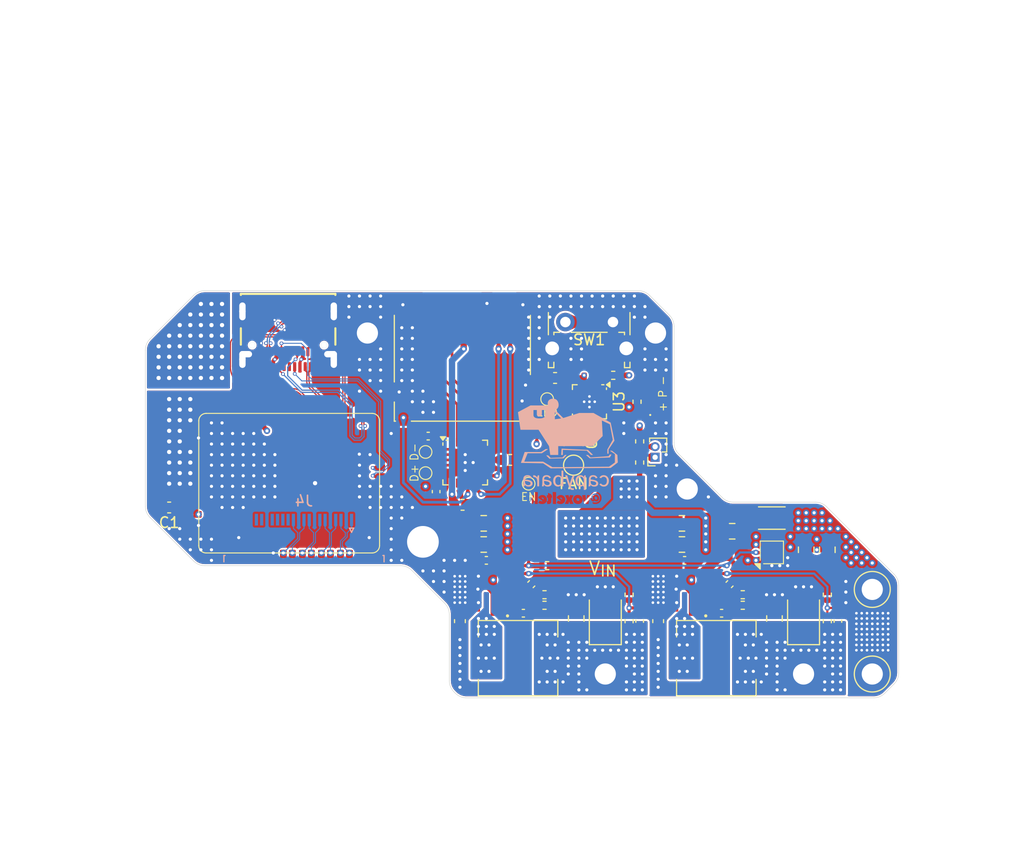
<source format=kicad_pcb>
(kicad_pcb (version 20241229) (generator "pcbnew") (generator_version "9.0")
  (layers (0 "F.Cu" signal) (4 "In1.Cu" signal) (6 "In2.Cu" signal) (2 "B.Cu" signal) (13 "F.Paste" user) (15 "B.Paste" user) (5 "F.SilkS" user "F.Silkscreen") (7 "B.SilkS" user "B.Silkscreen") (1 "F.Mask" user) (3 "B.Mask" user) (25 "Edge.Cuts" user))
  (net 0 "")
  (net 1 "GND")
  (net 2 "VBUS")
  (net 3 "VCC")
  (net 4 "Net-(U2-VDD)")
  (net 5 "+3.3V")
  (net 6 "SD_VCC")
  (net 7 "Net-(U2-SDREG)")
  (net 8 "SD_CLK")
  (net 9 "SD_D1")
  (net 10 "SD_D0")
  (net 11 "SD_CMD")
  (net 12 "SD_D2")
  (net 13 "SD_D3")
  (net 14 "SCL")
  (net 15 "SDA")
  (net 16 "D+")
  (net 17 "D-")
  (net 18 "/BQ_STAT")
  (net 21 "/PA0")
  (net 24 "FAN_PWM")
  (net 27 "/PowerButton")
  (net 28 "/LED")
  (net 29 "SD_DECT")
  (net 30 "TMDS1-")
  (net 35 "TX1-")
  (net 36 "TX1+")
  (net 37 "AUX-")
  (net 38 "TX2+")
  (net 39 "TX2-")
  (net 40 "RX1-")
  (net 41 "AUX+")
  (net 42 "RX1+")
  (net 43 "RX2-")
  (net 44 "RX2+")
  (net 45 "HPD")
  (net 46 "+3.3V_LDO")
  (net 47 "+1V0")
  (net 48 "Net-(U4-FB)")
  (net 49 "1V_VCC")
  (net 50 "1V_BST")
  (net 51 "1V_SS")
  (net 52 "1V15_VCC")
  (net 53 "1V15_BST")
  (net 54 "1V15_SS")
  (net 55 "+1V15")
  (net 56 "Net-(U5-FB)")
  (net 57 "Net-(U4-SW)")
  (net 58 "Net-(U5-SW)")
  (net 59 "Net-(Q1-D)")
  (net 60 "Net-(U4-MODE)")
  (net 61 "Net-(U4-CS)")
  (net 62 "Net-(U5-CS)")
  (net 63 "Net-(U5-MODE)")
  (net 64 "1V_PGOOD")
  (net 65 "EN")
  (net 66 "1V15_PGOOD")
  (net 69 "TMDS0-")
  (net 70 "TMDS0+")
  (net 71 "TMDS2+")
  (net 72 "+5V")
  (net 73 "TMDS1+")
  (net 74 "TMDSClk+")
  (net 75 "TMDSClk-")
  (net 77 "TMDS2-")
  (net 78 "/HDMI_SCL")
  (net 79 "/HDMI_SDA")
  (net 82 "Net-(L3-Pad2)")
  (net 83 "Net-(L3-Pad1)")
  (net 84 "3V3_PGOOD")
  (net 86 "CC2")
  (net 87 "CC1")
  (footprint "Resistor_SMD:R_0402_1005Metric" (layer "F.Cu") (at 110.5 57.75 -90)
    (property "Reference" "R2" (hide yes))
    (property "Value" "10k" (hide yes))
  )
  (footprint "Stormbreaker:GCT_USB4080-03-A_REVA1" (layer "F.Cu") (at 77.25 48 180)
    (property "Reference" "J2" (hide yes))
    (property "Value" "USB_C_Receptacle_USB2.0_14P" (hide yes))
    (fp_circle (center 3.4 1.35) (end 3.4 1.07) (stroke (width 0.01)) (fill no) (layer "Edge.Cuts"))
    (fp_circle (center -3.4 1.35) (end -3.4 1.07) (stroke (width 0.01)) (fill no) (layer "Edge.Cuts"))
  )
  (footprint "Connector_PinSocket_1.00mm:PinSocket_1x02_P1.00mm_Vertical" (layer "F.Cu") (at 111.96 57.25 180)
    (property "Reference" "J5" (hide yes))
    (property "Value" "I2C" (hide yes))
  )
  (footprint "Resistor_SMD:R_0402_1005Metric" (layer "F.Cu") (at 108 49.5)
    (property "Reference" "R5" (hide yes))
    (property "Value" "1k" (hide yes))
  )
  (footprint "Resistor_SMD:R_0402_1005Metric" (layer "F.Cu") (at 101.5 71.25 180)
    (property "Reference" "R9" (hide yes))
    (property "Value" "5.5k" (hide yes))
  )
  (footprint "Package_DFN_QFN:HVQFN-24-1EP_4x4mm_P0.5mm_EP2.5x2.5mm" (layer "F.Cu") (at 94 57.75)
    (property "Reference" "U2" (hide yes))
    (property "Value" "~")
  )
  (footprint "Stormbreaker:TestPoint_Pad_D1.0mm_Small" (layer "F.Cu") (at 90.25 56.75 -90)
    (property "Reference" "TP2" (hide yes))
    (property "Value" "D-")
  )
  (footprint "TestPoint:TestPoint_Plated_Hole_D2.0mm" (layer "F.Cu") (at 132.5 77.75 90)
    (property "Reference" "TP12" (hide yes))
    (property "Value" "GND" (hide yes))
  )
  (footprint "Stormbreaker:TestPoint_Pad_D1.0mm_Small" (layer "F.Cu") (at 90.25 58.75 -90)
    (property "Reference" "TP1" (hide yes))
    (property "Value" "D+")
  )
  (footprint "Capacitor_SMD:C_0805_2012Metric" (layer "F.Cu") (at 126.25 66 -90)
    (property "Reference" "C26" (hide yes))
    (property "Value" "47uF" (hide yes))
  )
  (footprint "Connector_Card:microSD_HC_Hirose_DM3D-SF" (layer "F.Cu") (at 93.73 48.05 180)
    (property "Reference" "J1" (hide yes))
    (property "Value" "Micro_SD_Card_Det2")
  )
  (footprint "Inductor_SMD:L_Sunlord_MWSA0624S" (layer "F.Cu") (at 99 76.25)
    (property "Reference" "L1" (hide yes))
    (property "Value" "1uH" (hide yes))
  )
  (footprint "Stormbreaker:TDA38826XUMA1" (layer "F.Cu") (at 115 70 90)
    (property "Reference" "U5" (hide yes))
    (property "Value" "TDA38826XUMA1" (hide yes))
  )
  (footprint "Button_Switch_THT:SW_Tactile_SPST_Angled_PTS645Vx58-2LFS" (layer "F.Cu") (at 103.475 44.4625)
    (property "Reference" "SW1")
    (property "Value" "SW_Push" (hide yes))
  )
  (footprint "Inductor_SMD:L_Murata_DFE201610P" (layer "F.Cu") (at 123 63)
    (property "Reference" "L3" (hide yes))
    (property "Value" "1uH")
  )
  (footprint "Capacitor_SMD:C_0402_1005Metric" (layer "F.Cu") (at 114.75 67 180)
    (property "Reference" "C22" (hide yes))
    (property "Value" "0.1uF" (hide yes))
  )
  (footprint "Resistor_SMD:R_0402_1005Metric" (layer "F.Cu") (at 110.25 52 -90)
    (property "Reference" "R3" (hide yes))
    (property "Value" "1k")
  )
  (footprint "Resistor_SMD:R_0402_1005Metric" (layer "F.Cu") (at 128.25 70.25 90)
    (property "Reference" "R13" (hide yes))
    (property "Value" "7.2k" (hide yes))
  )
  (footprint "Resistor_SMD:R_0402_1005Metric" (layer "F.Cu") (at 109.5 72.75 -90)
    (property "Reference" "R6" (hide yes))
    (property "Value" "2k" (hide yes))
  )
  (footprint "Resistor_SMD:R_0402_1005Metric" (layer "F.Cu") (at 120.25 71.25 180)
    (property "Reference" "R10" (hide yes))
    (property "Value" "5.5k" (hide yes))
  )
  (footprint "Stormbreaker:TestPoint_Pad_D1.0mm_Small" (layer "F.Cu") (at 101.75 51.75)
    (property "Reference" "TP10" (hide yes))
    (property "Value" "LED")
  )
  (footprint "Capacitor_SMD:C_0805_2012Metric" (layer "F.Cu") (at 95.75 65.5 180)
    (property "Reference" "C8" (hide yes))
    (property "Value" "47uF" (hide yes))
  )
  (footprint "Capacitor_SMD:C_0805_2012Metric" (layer "F.Cu") (at 123.25 72.5 90)
    (property "Reference" "C23" (hide yes))
    (property "Value" "47uF" (hide yes))
  )
  (footprint "Capacitor_SMD:C_0805_2012Metric" (layer "F.Cu") (at 128.25 66 -90)
    (property "Reference" "C25" (hide yes))
    (property "Value" "47uF" (hide yes))
  )
  (footprint "Capacitor_SMD:C_0603_1608Metric" (layer "F.Cu") (at 66 62 180)
    (property "Reference" "C1")
    (property "Value" "10uF" (hide yes))
  )
  (footprint "Capacitor_SMD:C_0805_2012Metric" (layer "F.Cu") (at 114.5 65.5 180)
    (property "Reference" "C17" (hide yes))
    (property "Value" "47uF" (hide yes))
  )
  (footprint "TestPoint:TestPoint_Plated_Hole_D2.0mm" (layer "F.Cu") (at 84.75 45.5)
    (property "Reference" "REF**" (hide yes))
    (property "Value" "TestPoint_Plated_Hole_D2.0mm" (hide yes))
  )
  (footprint "Resistor_SMD:R_0402_1005Metric" (layer "F.Cu") (at 120.25 70.25 180)
    (property "Reference" "R11" (hide yes))
    (property "Value" "60k" (hide yes))
  )
  (footprint "Capacitor_SMD:C_0402_1005Metric" (layer "F.Cu") (at 129.25 72.75 -90)
    (property "Reference" "C21" (hide yes))
    (property "Value" "220pF" (hide yes))
  )
  (footprint "Capacitor_SMD:C_0402_1005Metric" (layer "F.Cu") (at 99.5 72)
    (property "Reference" "C13" (hide yes))
    (property "Value" "0.1uF" (hide yes))
  )
  (footprint "Resistor_SMD:R_0402_1005Metric" (layer "F.Cu") (at 128.25 72.75 -90)
    (property "Reference" "R12" (hide yes))
    (property "Value" "2k" (hide yes))
  )
  (footprint "Capacitor_SMD:C_0603_1608Metric" (layer "F.Cu") (at 93.5 72.75 -90)
    (property "Reference" "C12" (hide yes))
    (property "Value" "2.2uF" (hide yes))
  )
  (footprint "TestPoint:TestPoint_Pad_D1.5mm" (layer "F.Cu") (at 104.25 58)
    (property "Reference" "TP4" (hide yes))
    (property "Value" "FAN")
  )
  (footprint "Resistor_SMD:R_0402_1005Metric" (layer "F.Cu") (at 110.5 55.75 90)
    (property "Reference" "R1" (hide yes))
    (property "Value" "10k" (hide yes))
  )
  (footprint "Package_TO_SOT_SMD:SOT-523" (layer "F.Cu") (at 104.25 55.5 -90)
    (property "Reference" "Q1")
    (property "Value" "NMOS" (hide yes))
  )
  (footprint "Capacitor_Tantalum_SMD:CP_EIA-3528-15_AVX-H" (layer "F.Cu") (at 126 72.5 90)
    (property "Reference" "C24" (hide yes))
    (property "Value" "330uF" (hide yes))
  )
  (footprint "Capacitor_SMD:C_0402_1005Metric" (layer "F.Cu") (at 100.25 69.25 45)
    (property "Reference" "C14" (hide yes))
    (property "Value" "140nF" (hide yes))
  )
  (footprint "Stormbreaker:melonHD_SMT" (layer "F.Cu") (at 77.5 59.5 90)
    (property "Reference" "U1" (hide yes))
    (property "Value" "~" (hide yes))
  )
  (footprint "TestPoint:TestPoint_Plated_Hole_D2.0mm" (layer "F.Cu") (at 112 45.5)
    (property "Reference" "REF**" (hide yes))
    (property "Value" "TestPoint_Plated_Hole_D2.0mm" (hide yes))
  )
  (footprint "Stormbreaker:TDA38826XUMA1" (layer "F.Cu") (at 96.25 70 90)
    (property "Reference" "U4" (hide yes))
    (property "Value" "TDA38826XUMA1" (hide yes))
  )
  (footprint "Capacitor_SMD:C_0603_1608Metric" (layer "F.Cu") (at 93.75 61.75)
    (property "Reference" "C5" (hide yes))
    (property "Value" "4.7μF" (hide yes))
  )
  (footprint "Capacitor_SMD:C_0402_1005Metric" (layer "F.Cu") (at 91.25 60.5 -90)
    (property "Reference" "C4" (hide yes))
    (property "Value" "4.7μF" (hide yes))
  )
  (footprint "TestPoint:TestPoint_Plated_Hole_D2.0mm" (layer "F.Cu") (at 107.25 77.75 90)
    (property "Reference" "TP8" (hide yes))
    (property "Value" "+1V" (hide yes))
  )
  (footprint "Package_DFN_QFN:VQFN-20-1EP_3x3mm_P0.4mm_EP1.7x1.7mm" (layer "F.Cu") (at 105.75 52 -90)
    (property "Reference" "U3")
    (property "Value" "ATtiny1616-M" (hide yes))
  )
  (footprint "Resistor_SMD:R_0402_1005Metric" (layer "F.Cu") (at 101.5 70.25 180)
    (property "Reference" "R8" (hide yes))
    (property "Value" "60k" (hide yes))
  )
  (footprint "Capacitor_SMD:C_0805_2012Metric" (layer "F.Cu") (at 119.25 64.25 180)
    (property "Reference" "C27" (hide yes))
    (property "Value" "22uF" (hide yes))
  )
  (footprint "Resistor_SMD:R_0402_1005Metric" (layer "F.Cu") (at 109.5 70.25 90)
    (property "Reference" "R7" (hide yes))
    (property "Value" "18k" (hide yes))
  )
  (footprint "Resistor_SMD:R_0402_1005Metric" (layer "F.Cu") (at 101.75 67.5)
    (property "Reference" "R4" (hide yes))
    (property "Value" "100k" (hide yes))
  )
  (footprint "Stormbreaker:TestPoint_Pad_D1.0mm_Small" (layer "F.Cu") (at 100 59.75)
    (property "Reference" "TP3" (hide yes))
    (property "Value" "EN")
  )
  (footprint "Capacitor_SMD:C_0603_1608Metric" (layer "F.Cu") (at 112.25 72.75 -90)
    (property "Reference" "C18" (hide yes))
    (property "Value" "2.2uF" (hide yes))
  )
  (footprint "Capacitor_SMD:C_0603_1608Metric" (layer "F.Cu") (at 98.25 57.5)
    (property "Reference" "C6" (hide yes))
    (property "Value" "1μF" (hide yes))
  )
  (footprint "Capacitor_SMD:C_0402_1005Metric" (layer "F.Cu") (at 90.5 55.25 180)
    (property "Reference" "C3" (hide yes))
    (property "Value" "1μF" (hide yes))
  )
  (footprint "Stormbreaker:UPDI Pads" (layer "F.Cu") (at 111.5 51.25 90)
    (property "Reference" "J3" (hide yes))
    (property "Value" "PROG" (hide yes))
  )
  (footprint "Capacitor_SMD:C_0805_2012Metric" (layer "F.Cu") (at 95.75 63.5 180)
    (property "Reference" "C7" (hide yes))
    (property "Value" "47uF" (hide yes))
  )
  (footprint "Capacitor_SMD:C_0805_2012Metric" (layer "F.Cu") (at 114.5 63.5 180)
    (property "Reference" "C16" (hide yes))
    (property "Value" "47uF" (hide yes))
  )
  (footprint "TestPoint:TestPoint_Plated_Hole_D2.0mm" (layer "F.Cu") (at 126 77.75 90)
    (property "Reference" "TP9" (hide yes))
    (property "Value" "+1.15V" (hide yes))
  )
  (footprint "Capacitor_SMD:C_0402_1005Metric" (layer "F.Cu") (at 118.25 72)
    (property "Reference" "C19" (hide yes))
    (property "Value" "0.1uF" (hide yes))
  )
  (footprint "TestPoint:TestPoint_Plated_Hole_D3.0mm" (layer "F.Cu") (at 90 65.25)
    (property "Reference" "REF**" (hide yes))
    (property "Value" "TestPoint_Plated_Hole_D3.0mm" (hide yes))
  )
  (footprint "Capacitor_Tantalum_SMD:CP_EIA-3528-15_AVX-H" (layer "F.Cu") (at 107.25 72.5 90)
    (property "Reference" "C10" (hide yes))
    (property "Value" "330uF" (hide yes))
  )
  (footprint "Capacitor_SMD:C_0402_1005Metric" (layer "F.Cu") (at 110.5 72.75 -90)
    (property "Reference" "C11" (hide yes))
    (property "Value" "220pF" (hide yes))
  )
  (footprint "TestPoint:TestPoint_Plated_Hole_D2.0mm" (layer "F.Cu") (at 132.5 69.75 90)
    (property "Reference" "TP11" (hide yes))
    (property "Value" "GND" (hide yes))
  )
  (footprint "Inductor_SMD:L_Sunlord_MWSA0624S" (layer "F.Cu") (at 117.75 76.25)
    (property "Reference" "L2" (hide yes))
    (property "Value" "1uH" (hide yes))
  )
  (footprint "TestPoint:TestPoint_Plated_Hole_D2.0mm" (layer "F.Cu") (at 115 60.25)
    (property "Reference" "REF**" (hide yes))
    (property "Value" "TestPoint_Plated_Hole_D2.0mm" (hide yes))
  )
  (footprint "Capacitor_SMD:C_0402_1005Metric" (layer "F.Cu") (at 119 69.25 45)
    (property "Reference" "C20" (hide yes))
    (property "Value" "140nF" (hide yes))
  )
  (footprint "Capacitor_SMD:C_0805_2012Metric" (layer "F.Cu") (at 104.5 72.5 90)
    (property "Reference" "C9" (hide yes))
    (property "Value" "47uF" (hide yes))
  )
  (footprint "Package_CSP:WLCSP-20_1.994x1.94mm_Layout4x5_P0.4mm" (layer "F.Cu") (at 123 66.25 90)
    (property "Reference" "U6" (hide yes))
    (property "Value" "FAN49100AUC330X" (hide yes))
  )
  (footprint "Capacitor_SMD:C_0402_1005Metric" (layer "F.Cu") (at 96 67 180)
    (property "Reference" "C15" (hide yes))
    (property "Value" "0.1uF" (hide yes))
  )
  (footprint "Capacitor_SMD:C_0603_1608Metric" (layer "F.Cu") (at 102.5 49.75 180)
    (property "Reference" "C2" (hide yes))
    (property "Value" "0.1uF" (hide yes))
  )
  (footprint "Connector_FFC-FPC:TE_1-1734839-9_1x19-1MP_P0.5mm_Horizontal" (layer "B.Cu") (at 78.75 64.5 180)
    (property "Reference" "J4")
    (property "Value" "505278-1933")
  )
  (gr_poly (pts (xy 103.313748 57.346875) (xy 101.964373 57.386562) (xy 101.646874 57.069062) (xy 101.845311 57.069062) (xy 102.083436 57.307188) (xy 103.194686 57.2675) (xy 103.432811 57.029375) (xy 103.591561 57.029375)) (fill yes) (layer "B.SilkS"))
  (gr_poly (pts (xy 101.249999 56.870625) (xy 99.900624 56.870625) (xy 99.583124 57.664375) (xy 100.476092 57.664375) (xy 101.369061 57.664375) (xy 102.242186 58.180312) (xy 103.274061 58.180312) (xy 107.599998 58.140625) (xy 108.155624 57.74375) (xy 108.155624 56.95) (xy 107.679372 56.6325) (xy 107.87781 56.6325) (xy 108.393748 57.029375) (xy 108.433436 57.74375) (xy 107.758747 58.259687) (xy 102.083436 58.299375) (xy 101.369061 57.823125) (xy 99.265624 57.783437) (xy 99.622811 56.751563) (xy 101.170623 56.751563) (xy 101.607186 56.47375) (xy 101.845311 56.47375)) (fill yes) (layer "B.SilkS"))
  (gr_poly (pts (xy 107.679372 57.2675) (xy 105.774373 57.346875) (xy 105.417185 57.029375) (xy 105.615623 57.029375) (xy 105.853748 57.2675) (xy 107.56031 57.148437) (xy 107.679372 56.989687) (xy 107.838122 56.989687)) (fill yes) (layer "B.SilkS"))
  (gr_poly (pts (xy 105.615623 56.553125) (xy 106.091873 57.029375) (xy 105.893435 57.029375) (xy 105.49656 56.6325) (xy 103.234373 56.553125) (xy 103.234373 57.029375) (xy 103.075623 57.029375) (xy 103.115311 56.434062)) (fill yes) (layer "B.SilkS"))
  (gr_poly (pts (xy 102.357959 51.712283) (xy 102.392758 51.71532) (xy 102.425988 51.720276) (xy 102.457677 51.727064) (xy 102.487854 51.735595) (xy 102.516549 51.745784) (xy 102.54379 51.757542) (xy 102.569608 51.770782) (xy 102.59403 51.785418) (xy 102.617085 51.801362) (xy 102.638804 51.818526) (xy 102.659215 51.836825) (xy 102.678346 51.856169) (xy 102.696228 51.876473) (xy 102.712889 51.897649) (xy 102.728358 51.91961) (xy 102.742664 51.942269) (xy 102.755836 51.965538) (xy 102.778897 52.013558) (xy 102.797772 52.062974) (xy 102.812693 52.113087) (xy 102.823894 52.1632) (xy 102.831607 52.212616) (xy 102.836064 52.260636) (xy 102.837498 52.306563) (xy 102.836587 52.339356) (xy 102.833932 52.370774) (xy 102.82965 52.400842) (xy 102.823855 52.429579) (xy 102.816666 52.457008) (xy 102.808198 52.483151) (xy 102.798566 52.50803) (xy 102.787889 52.531666) (xy 102.776281 52.554081) (xy 102.763859 52.575297) (xy 102.75074 52.595335) (xy 102.737039 52.614219) (xy 102.722873 52.631968) (xy 102.708359 52.648606) (xy 102.693612 52.664154) (xy 102.678748 52.678633) (xy 102.663885 52.692066) (xy 102.649138 52.704475) (xy 102.620457 52.726305) (xy 102.593637 52.744298) (xy 102.569608 52.758629) (xy 102.549299 52.769471) (xy 102.533641 52.777) (xy 102.519998 52.782813) (xy 103.274061 53.536875) (xy 104.782186 53.060626) (xy 106.13156 53.060626) (xy 107.758747 53.973438) (xy 108.115935 55.68) (xy 107.56031 56.513437) (xy 107.56031 56.910312) (xy 107.441247 56.910312) (xy 107.441247 56.513437) (xy 107.957185 55.600625) (xy 107.679372 54.132188) (xy 106.92531 53.775) (xy 107.004685 55.243438) (xy 106.052185 56.195938) (xy 102.797811 56.195938) (xy 102.797811 57.029375) (xy 102.043748 57.029375) (xy 101.924686 56.195938) (xy 100.932499 54.648125) (xy 99.225936 54.648125) (xy 99.084195 53.655938) (xy 102.480311 53.655938) (xy 103.075623 53.576563) (xy 102.480311 52.98125) (xy 102.480311 53.655938) (xy 99.084195 53.655938) (xy 99.027499 53.259063) (xy 100.456249 53.259063) (xy 100.456941 53.280925) (xy 100.459 53.30187) (xy 100.462397 53.321915) (xy 100.467101 53.341073) (xy 100.473084 53.35936) (xy 100.480317 53.376788) (xy 100.488771 53.393374) (xy 100.498417 53.409131) (xy 100.509225 53.424075) (xy 100.521167 53.438219) (xy 100.534214 53.451578) (xy 100.548336 53.464167) (xy 100.563505 53.476) (xy 100.579691 53.487092) (xy 100.614999 53.50711) (xy 100.654027 53.524337) (xy 100.696544 53.538891) (xy 100.742317 53.550886) (xy 100.791112 53.56044) (xy 100.842698 53.567668) (xy 100.896842 53.572687) (xy 100.953311 53.575613) (xy 101.011874 53.576563) (xy 101.070436 53.575613) (xy 101.126905 53.572687) (xy 101.181049 53.567668) (xy 101.207176 53.564337) (xy 101.232635 53.56044) (xy 101.257396 53.555961) (xy 101.281431 53.550886) (xy 101.304709 53.545201) (xy 101.327203 53.538891) (xy 101.348883 53.531941) (xy 101.36972 53.524337) (xy 101.389685 53.516065) (xy 101.408748 53.50711) (xy 101.426882 53.497457) (xy 101.444056 53.487092) (xy 101.460242 53.476) (xy 101.475411 53.464167) (xy 101.489533 53.451578) (xy 101.50258 53.438219) (xy 101.514522 53.424075) (xy 101.525331 53.409131) (xy 101.534976 53.393374) (xy 101.54343 53.376788) (xy 101.550663 53.35936) (xy 101.556646 53.341073) (xy 101.561351 53.321915) (xy 101.564747 53.30187) (xy 101.566806 53.280925) (xy 101.567499 53.259063) (xy 101.567499 52.782813) (xy 101.249999 52.782813) (xy 101.249999 53.179688) (xy 101.249766 53.194225) (xy 101.249068 53.208078) (xy 101.247906 53.221263) (xy 101.246278 53.233793) (xy 101.244185 53.245685) (xy 101.241627 53.256951) (xy 101.238604 53.267607) (xy 101.235116 53.277667) (xy 101.231162 53.287145) (xy 101.226744 53.296057) (xy 101.221861 53.304416) (xy 101.216512 53.312238) (xy 101.210699 53.319537) (xy 101.20442 53.326326) (xy 101.197676 53.332622) (xy 101.190467 53.338438) (xy 101.182793 53.343789) (xy 101.174654 53.348689) (xy 101.16605 53.353154) (xy 101.156981 53.357197) (xy 101.147447 53.360832) (xy 101.137447 53.364076) (xy 101.116053 53.369444) (xy 101.092799 53.373417) (xy 101.067684 53.37611) (xy 101.040709 53.377641) (xy 101.011874 53.378126) (xy 100.983038 53.377641) (xy 100.956063 53.37611) (xy 100.930948 53.373417) (xy 100.919089 53.371597) (xy 100.907694 53.369444) (xy 100.896764 53.366942) (xy 100.8863 53.364076) (xy 100.876301 53.360832) (xy 100.866766 53.357197) (xy 100.857697 53.353154) (xy 100.849093 53.348689) (xy 100.840954 53.343789) (xy 100.83328 53.338438) (xy 100.826071 53.332622) (xy 100.819327 53.326326) (xy 100.813049 53.319537) (xy 100.807235 53.312238) (xy 100.801886 53.304416) (xy 100.797003 53.296057) (xy 100.792585 53.287145) (xy 100.788631 53.277667) (xy 100.785143 53.267607) (xy 100.78212 53.256951) (xy 100.779562 53.245685) (xy 100.777469 53.233793) (xy 100.775842 53.221263) (xy 100.774679 53.208078) (xy 100.773981 53.194225) (xy 100.773749 53.179688) (xy 100.773749 52.782813) (xy 100.456249 52.782813) (xy 100.456249 53.259063) (xy 99.027499 53.259063) (xy 98.987811 52.98125) (xy 100.178436 52.346251) (xy 101.845311 52.346251) (xy 101.843606 52.344235) (xy 101.83911 52.337569) (xy 101.832754 52.325322) (xy 101.829169 52.316815) (xy 101.825467 52.306563) (xy 101.821766 52.294452) (xy 101.818181 52.280363) (xy 101.814828 52.264182) (xy 101.811825 52.245792) (xy 101.809286 52.225076) (xy 101.807329 52.201918) (xy 101.806069 52.176203) (xy 101.805623 52.147813) (xy 101.807494 52.103669) (xy 101.813142 52.060687) (xy 101.822628 52.0191) (xy 101.828828 51.998903) (xy 101.836009 51.979141) (xy 101.844179 51.959845) (xy 101.853343 51.941043) (xy 101.863511 51.922764) (xy 101.874689 51.905037) (xy 101.886884 51.887892) (xy 101.900104 51.871357) (xy 101.914356 51.855462) (xy 101.929647 51.840235) (xy 101.945984 51.825706) (xy 101.963375 51.811904) (xy 101.981828 51.798857) (xy 102.001348 51.786595) (xy 102.021944 51.775147) (xy 102.043622 51.764542) (xy 102.066391 51.754809) (xy 102.090257 51.745977) (xy 102.115228 51.738076) (xy 102.14131 51.731133) (xy 102.168512 51.725179) (xy 102.19684 51.720242) (xy 102.226301 51.716352) (xy 102.256904 51.713537) (xy 102.288655 51.711827) (xy 102.321561 51.711251)) (fill yes) (layer "B.SilkS"))
  (gr_line (start 92.06066 71.06066) (end 88.93934 67.93934) (stroke (width 0.05)) (layer "Edge.Cuts"))
  (gr_arc (start 69.37132 67.5) (mid 68.797295 67.385819) (end 68.31066 67.06066) (stroke (width 0.05)) (layer "Edge.Cuts"))
  (gr_line (start 64.18934 46.06066) (end 68.31066 41.93934) (stroke (width 0.05)) (layer "Edge.Cuts"))
  (gr_line (start 69.37132 41.5) (end 110.37868 41.5) (stroke (width 0.05)) (layer "Edge.Cuts"))
  (gr_line (start 119.37132 61.5) (end 127.12868 61.5) (stroke (width 0.05)) (layer "Edge.Cuts"))
  (gr_arc (start 87.87868 67.5) (mid 88.452705 67.614181) (end 88.93934 67.93934) (stroke (width 0.05)) (layer "Edge.Cuts"))
  (gr_line (start 68.31066 67.06066) (end 64.18934 62.93934) (stroke (width 0.05)) (layer "Edge.Cuts"))
  (gr_line (start 134.56066 78.68934) (end 133.68934 79.56066) (stroke (width 0.05)) (layer "Edge.Cuts"))
  (gr_arc (start 133.68934 79.56066) (mid 133.202705 79.885819) (end 132.62868 80) (stroke (width 0.05)) (layer "Edge.Cuts"))
  (gr_arc (start 127.12868 61.5) (mid 127.702709 61.614174) (end 128.18934 61.93934) (stroke (width 0.05)) (layer "Edge.Cuts"))
  (gr_line (start 132.62868 80) (end 94.12132 80) (stroke (width 0.05)) (layer "Edge.Cuts"))
  (gr_arc (start 114.18934 56.93934) (mid 113.864187 56.452704) (end 113.75 55.87868) (stroke (width 0.05)) (layer "Edge.Cuts"))
  (gr_line (start 128.18934 61.93934) (end 134.56066 68.31066) (stroke (width 0.05)) (layer "Edge.Cuts"))
  (gr_line (start 92.5 78.37868) (end 92.5 72.12132) (stroke (width 0.05)) (layer "Edge.Cuts"))
  (gr_arc (start 63.75 47.12132) (mid 63.864181 46.547295) (end 64.18934 46.06066) (stroke (width 0.05)) (layer "Edge.Cuts"))
  (gr_line (start 93.06066 79.56066) (end 92.93934 79.43934) (stroke (width 0.05)) (layer "Edge.Cuts"))
  (gr_arc (start 68.31066 41.93934) (mid 68.797296 41.614187) (end 69.37132 41.5) (stroke (width 0.05)) (layer "Edge.Cuts"))
  (gr_arc (start 92.06066 71.06066) (mid 92.385819 71.547295) (end 92.5 72.12132) (stroke (width 0.05)) (layer "Edge.Cuts"))
  (gr_line (start 111.43934 41.93934) (end 113.31066 43.81066) (stroke (width 0.05)) (layer "Edge.Cuts"))
  (gr_arc (start 92.93934 79.43934) (mid 92.614187 78.952704) (end 92.5 78.37868) (stroke (width 0.05)) (layer "Edge.Cuts"))
  (gr_arc (start 134.56066 68.31066) (mid 134.885819 68.797295) (end 135 69.37132) (stroke (width 0.05)) (layer "Edge.Cuts"))
  (gr_arc (start 64.18934 62.93934) (mid 63.864187 62.452704) (end 63.75 61.87868) (stroke (width 0.05)) (layer "Edge.Cuts"))
  (gr_line (start 113.75 44.87132) (end 113.75 55.87868) (stroke (width 0.05)) (layer "Edge.Cuts"))
  (gr_line (start 135 69.37132) (end 135 77.62868) (stroke (width 0.05)) (layer "Edge.Cuts"))
  (gr_line (start 63.75 61.87868) (end 63.75 47.12132) (stroke (width 0.05)) (layer "Edge.Cuts"))
  (gr_arc (start 113.31066 43.81066) (mid 113.635813 44.297296) (end 113.75 44.87132) (stroke (width 0.05)) (layer "Edge.Cuts"))
  (gr_arc (start 135 77.62868) (mid 134.885826 78.202709) (end 134.56066 78.68934) (stroke (width 0.05)) (layer "Edge.Cuts"))
  (gr_line (start 114.18934 56.93934) (end 118.31066 61.06066) (stroke (width 0.05)) (layer "Edge.Cuts"))
  (gr_arc (start 110.37868 41.5) (mid 110.952705 41.614181) (end 111.43934 41.93934) (stroke (width 0.05)) (layer "Edge.Cuts"))
  (gr_arc (start 119.37132 61.5) (mid 118.797295 61.385819) (end 118.31066 61.06066) (stroke (width 0.05)) (layer "Edge.Cuts"))
  (gr_line (start 87.87868 67.5) (end 69.37132 67.5) (stroke (width 0.05)) (layer "Edge.Cuts"))
  (gr_arc (start 94.12132 80) (mid 93.547291 79.885826) (end 93.06066 79.56066) (stroke (width 0.05)) (layer "Edge.Cuts"))
  (gr_text "@voxeltek" (at 103.5 61.25 0) (layer "B.Cu" knockout) (effects (font (size 1 1) (thickness 0.2) (bold yes)) (justify mirror)))
  (gr_text "-" (at 112.25 50 90) (layer "F.SilkS") (effects (font (size 0.75 0.75) (thickness 0.1)) (justify top)))
  (gr_text "+" (at 112.25 52.5 90) (layer "F.SilkS") (effects (font (size 0.75 0.75) (thickness 0.1)) (justify top)))
  (gr_text "P" (at 112.25 51.25 90) (layer "F.SilkS") (effects (font (size 0.75 0.75) (thickness 0.1)) (justify top)))
  (gr_text "V_{IN}" (at 107 67.75 0) (layer "F.SilkS") (effects (font (size 1.25 1.25))))
  (gr_text "capybara" (at 103.5 58.5 0) (layer "B.SilkS") (effects (font (size 1.5 1.5) (thickness 0.1)) (justify top mirror)))
  (via (at 112 49) (size 0.6) (drill 0.3) (layers "F.Cu" "B.Cu") (net 1))
  (via (at 94 58.5) (size 0.6) (drill 0.3) (layers "F.Cu" "B.Cu") (net 1))
  (via (at 84 51) (size 0.6) (drill 0.3) (layers "F.Cu" "B.Cu") (net 1))
  (via (at 113.95 69.725) (size 0.6) (drill 0.3) (layers "F.Cu" "B.Cu") (net 1))
  (via (at 67 51.75) (size 0.8) (drill 0.4) (layers "F.Cu" "B.Cu") (net 1))
  (via (at 101 45) (size 0.6) (drill 0.3) (layers "F.Cu" "B.Cu") (net 1))
  (via (at 86 61) (size 0.6) (drill 0.3) (layers "F.Cu" "B.Cu") (net 1))
  (via (at 105.25 52) (size 0.5) (drill 0.25) (layers "F.Cu" "B.Cu") (net 1))
  (via (at 125.25 69.5) (size 0.6) (drill 0.3) (layers "F.Cu" "B.Cu") (net 1))
  (via (at 131 74.5) (size 0.5) (drill 0.25) (layers "F.Cu" "B.Cu") (net 1))
  (via (at 103 42) (size 0.6) (drill 0.3) (layers "F.Cu" "B.Cu") (net 1))
  (via (at 66 55.75) (size 0.8) (drill 0.4) (layers "F.Cu" "B.Cu") (net 1))
  (via (at 103 43) (size 0.6) (drill 0.3) (layers "F.Cu" "B.Cu") (net 1))
  (via (at 134 74.5) (size 0.5) (drill 0.25) (layers "F.Cu" "B.Cu") (net 1))
  (via (at 134 74) (size 0.5) (drill 0.25) (layers "F.Cu" "B.Cu") (net 1))
  (via (at 68 58.75) (size 0.8) (drill 0.4) (layers "F.Cu" "B.Cu") (net 1))
  (via (at 84 42) (size 0.6) (drill 0.3) (layers "F.Cu" "B.Cu") (net 1))
  (via (at 79.8 59.7) (size 0.8) (drill 0.4) (layers "F.Cu" "B.Cu") (net 1))
  (via (at 93.5 76) (size 0.6) (drill 0.3) (layers "F.Cu" "B.Cu") (net 1))
  (via (at 87 62) (size 0.6) (drill 0.3) (layers "F.Cu" "B.Cu") (net 1))
  (via (at 112.25 76.75) (size 0.6) (drill 0.3) (layers "F.Cu" "B.Cu") (net 1))
  (via (at 67 64) (size 0.6) (drill 0.3) (layers "F.Cu" "B.Cu") (net 1))
  (via (at 93 70) (size 0.5) (drill 0.25) (layers "F.Cu" "B.Cu") (net 1))
  (via (at 93 67) (size 0.6) (drill 0.3) (layers "F.Cu" "B.Cu") (net 1))
  (via (at 113 55) (size 0.6) (drill 0.3) (layers "F.Cu" "B.Cu") (net 1))
  (via (at 131 73) (size 0.5) (drill 0.25) (layers "F.Cu" "B.Cu") (net 1))
  (via (at 74 56) (size 0.6) (drill 0.3) (layers "F.Cu" "B.Cu") (net 1))
  (via (at 134 75) (size 0.5) (drill 0.25) (layers "F.Cu" "B.Cu") (net 1))
  (via (at 91 52) (size 0.6) (drill 0.3) (layers "F.Cu" "B.Cu") (net 1))
  (via (at 99.705 50.425) (size 0.6) (drill 0.3) (layers "F.Cu" "B.Cu") (net 1))
  (via (at 132 72.5) (size 0.5) (drill 0.25) (layers "F.Cu" "B.Cu") (net 1))
  (via (at 66 53.75) (size 0.8) (drill 0.4) (layers "F.Cu" "B.Cu") (net 1))
  (via (at 68 56.75) (size 0.8) (drill 0.4) (layers "F.Cu" "B.Cu") (net 1))
  (via (at 131.5 72) (size 0.5) (drill 0.25) (layers "F.Cu" "B.Cu") (net 1))
  (via (at 88 62) (size 0.6) (drill 0.3) (layers "F.Cu" "B.Cu") (net 1))
  (via (at 132.5 73) (size 0.5) (drill 0.25) (layers "F.Cu" "B.Cu") (net 1))
  (via (at 105.75 52.5) (size 0.5) (drill 0.25) (layers "F.Cu" "B.Cu") (net 1))
  (via (at 84 61) (size 0.6) (drill 0.3) (layers "F.Cu" "B.Cu") (net 1))
  (via (at 94 69.5) (size 0.5) (drill 0.25) (layers "F.Cu" "B.Cu") (net 1))
  (via (at 90 52) (size 0.6) (drill 0.3) (layers "F.Cu" "B.Cu") (net 1))
  (via (at 123.25 70.25) (size 0.6) (drill 0.3) (layers "F.Cu" "B.Cu") (net 1))
  (via (at 84 48) (size 0.6) (drill 0.3) (layers "F.Cu" "B.Cu") (net 1))
  (via (at 94.75 57.75) (size 0.6) (drill 0.3) (layers "F.Cu" "B.Cu") (net 1))
  (via (at 101 43) (size 0.6) (drill 0.3) (layers "F.Cu" "B.Cu") (net 1))
  (via (at 131 72.5) (size 0.5) (drill 0.25) (layers "F.Cu" "B.Cu") (net 1))
  (via (at 131 72) (size 0.5) (drill 0.25) (layers "F.Cu" "B.Cu") (net 1))
  (via (at 104 42) (size 0.6) (drill 0.3) (layers "F.Cu" "B.Cu") (net 1))
  (via (at 132 72) (size 0.5) (drill 0.25) (layers "F.Cu" "B.Cu") (net 1))
  (via (at 131 73.5) (size 0.5) (drill 0.25) (layers "F.Cu" "B.Cu") (net 1))
  (via (at 113 49) (size 0.6) (drill 0.3) (layers "F.Cu" "B.Cu") (net 1))
  (via (at 132 75.5) (size 0.5) (drill 0.25) (layers "F.Cu" "B.Cu") (net 1))
  (via (at 68 51.75) (size 0.8) (drill 0.4) (layers "F.Cu" "B.Cu") (net 1))
  (via (at 87 66) (size 0.6) (drill 0.3) (layers "F.Cu" "B.Cu") (net 1))
  (via (at 85 62) (size 0.6) (drill 0.3) (layers "F.Cu" "B.Cu") (net 1))
  (via (at 89 62) (size 0.6) (drill 0.3) (layers "F.Cu" "B.Cu") (net 1))
  (via (at 133 72.5) (size 0.5) (drill 0.25) (layers "F.Cu" "B.Cu") (net 1))
  (via (at 111.75 69) (size 0.5) (drill 0.25) (layers "F.Cu" "B.Cu") (net 1))
  (via (at 133 73.5) (size 0.5) (drill 0.25) (layers "F.Cu" "B.Cu") (net 1))
  (via (at 70 65) (size 0.6) (drill 0.3) (layers "F.Cu" "B.Cu") (net 1))
  (via (at 91 53) (size 0.6) (drill 0.3) (layers "F.Cu" "B.Cu") (net 1))
  (via (at 88 63) (size 0.6) (drill 0.3) (layers "F.Cu" "B.Cu") (net 1))
  (via (at 101 44) (size 0.6) (drill 0.3) (layers "F.Cu" "B.Cu") (net 1))
  (via (at 75.965065 44.266434) (size 0.35) (drill 0.2) (layers "F.Cu" "B.Cu") (net 1))
  (via (at 67 56.75) (size 0.8) (drill 0.4) (layers "F.Cu" "B.Cu") (net 1))
  (via (at 112 55) (size 0.6) (drill 0.3) (layers "F.Cu" "B.Cu") (net 1))
  (via (at 94 67) (size 0.6) (drill 0.3) (layers "F.Cu" "B.Cu") (net 1))
  (via (at 112.25 68.5) (size 0.5) (drill 0.25) (layers "F.Cu" "B.Cu") (net 1))
  (via (at 111.75 70) (size 0.5) (drill 0.25) (layers "F.Cu" "B.Cu") (net 1))
  (via (at 85 42) (size 0.6) (drill 0.3) (layers "F.Cu" "B.Cu") (net 1))
  (via (at 132.5 74) (size 0.5) (drill 0.25) (layers "F.Cu" "B.Cu") (net 1))
  (via (at 122.5 70.25) (size 0.6) (drill 0.3) (layers "F.Cu" "B.Cu") (net 1))
  (via (at 133.5 75) (size 0.5) (drill 0.25) (layers "F.Cu" "B.Cu") (net 1))
  (via (at 134 73) (size 0.5) (drill 0.25) (layers "F.Cu" "B.Cu") (net 1))
  (via (at 68 65) (size 0.6) (drill 0.3) (layers "F.Cu" "B.Cu") (net 1))
  (via (at 88 45) (size 0.6) (drill 0.3) (layers "F.Cu" "B.Cu") (net 1))
  (via (at 100 47) (size 0.6) (drill 0.3) (layers "F.Cu" "B.Cu") (net 1))
  (via (at 85 48) (size 0.6) (drill 0.3) (layers "F.Cu" "B.Cu") (net 1))
  (via (at 113 60) (size 0.6) (drill 0.3) (layers "F.Cu" "B.Cu") (net 1))
  (via (at 126 69.5) (size 0.6) (drill 0.3) (layers "F.Cu" "B.Cu") (net 1))
  (via (at 124 70.25) (size 0.6) (drill 0.3) (layers "F.Cu" "B.Cu") (net 1))
  (via (at 71 57) (size 0.6) (drill 0.3) (layers "F.Cu" "B.Cu") (net 1))
  (via (at 67 57.75) (size 0.8) (drill 0.4) (layers "F.Cu" "B.Cu") (net 1))
  (via (at 66 58.75) (size 0.8) (drill 0.4) (layers "F.Cu" "B.Cu") (net 1))
  (via (at 89 51) (size 0.6) (drill 0.3) (layers "F.Cu" "B.Cu") (net 1))
  (via (at 70 59) (size 0.6) (drill 0.3) (layers "F.Cu" "B.Cu") (net 1))
  (via (at 109 42) (size 0.6) (drill 0.3) (layers "F.Cu" "B.Cu") (net 1))
  (via (at 88.105 42.825) (size 0.6) (drill 0.3) (layers "F.Cu" "B.Cu") (net 1))
  (via (at 112 61) (size 0.6) (drill 0.3) (layers "F.Cu" "B.Cu") (net 1))
  (via (at 86 42) (size 0.6) (drill 0.3) (layers "F.Cu" "B.Cu") (net 1))
  (via (at 109 55) (size 0.6) (drill 0.3) (layers "F.Cu" "B.Cu") (net 1))
  (via (at 83 44) (size 0.6) (drill 0.3) (layers "F.Cu" "B.Cu") (net 1))
  (via (at 73 57) (size 0.6) (drill 0.3) (layers "F.Cu" "B.Cu") (net 1))
  (via (at 68 52.75) (size 0.8) (drill 0.4) (layers "F.Cu" "B.Cu") (net 1))
  (via (at 126.75 69.5) (size 0.6) (drill 0.3) (layers "F.Cu" "B.Cu") (net 1))
  (via (at 73 55) (size 0.6) (drill 0.3) (layers "F.Cu" "B.Cu") (net 1))
  (via (at 95.2 69.725) (size 0.6) (drill 0.3) (layers "F.Cu" "B.Cu") (net 1))
  (via (at 92 68) (size 0.6) (drill 0.3) (layers "F.Cu" "B.Cu") (net 1))
  (via (at 68 66) (size 0.6) (drill 0.3) (layers "F.Cu" "B.Cu") (net 1))
  (via (at 132.5 72) (size 0.5) (drill 0.25) (layers "F.Cu" "B.Cu") (net 1))
  (via (at 91 69) (size 0.6) (drill 0.3) (layers "F.Cu" "B.Cu") (net 1))
  (via (at 74.702097 46.456249) (size 0.35) (drill 0.2) (layers "F.Cu" "B.Cu") (net 1))
  (via (at 74 59) (size 0.6) (drill 0.3) (layers "F.Cu" "B.Cu") (net 1))
  (via (at 83 42) (size 0.6) (drill 0.3) (layers "F.Cu" "B.Cu") (net 1))
  (via (at 84.92 64.85) (size 0.6) (drill 0.3) (layers "F.Cu" "B.Cu") (net 1))
  (via (at 112 59) (size 0.6) (drill 0.3) (layers "F.Cu" "B.Cu") (net 1))
  (via (at 67 55.75) (size 0.8) (drill 0.4) (layers "F.Cu" "B.Cu") (net 1))
  (via (at 73 59) (size 0.6) (drill 0.3) (layers "F.Cu" "B.Cu") (net 1))
  (via (at 96.055 42.7) (size 0.6) (drill 0.3) (layers "F.Cu" "B.Cu") (net 1))
  (via (at 111.75 68.5) (size 0.5) (drill 0.25) (layers "F.Cu" "B.Cu") (net 1))
  (via (at 112.25 75.25) (size 0.6) (drill 0.3) (layers "F.Cu" "B.Cu") (net 1))
  (via (at 84 49) (size 0.6) (drill 0.3) (layers "F.Cu" "B.Cu") (net 1))
  (via (at 131.5 75) (size 0.5) (drill 0.25) (layers "F.Cu" "B.Cu") (net 1))
  (via (at 114 58) (size 0.6) (drill 0.3) (layers "F.Cu" "B.Cu") (net 1))
  (via (at 111 47) (size 0.6) (drill 0.3) (layers "F.Cu" "B.Cu") (net 1))
  (via (at 74 57) (size 0.6) (drill 0.3) (layers "F.Cu" "B.Cu") (net 1))
  (via (at 68.775 55.425) (size 0.6) (drill 0.3) (layers "F.Cu" "B.Cu") (net 1))
  (via (at 133 74) (size 0.5) (drill 0.25) (layers "F.Cu" "B.Cu") (net 1))
  (via (at 85 61) (size 0.6) (drill 0.3) (layers "F.Cu" "B.Cu") (net 1))
  (via (at 107 42) (size 0.6) (drill 0.3) (layers "F.Cu" "B.Cu") (net 1))
  (via (at 124.5 67.5) (size 0.6) (drill 0.3) (layers "F.Cu" "B.Cu") (net 1))
  (via (at 106.25 52) (size 0.5) (drill 0.25) (layers "F.Cu" "B.Cu") (net 1))
  (via (at 108 43) (size 0.6) (drill 0.3) (layers "F.Cu" "B.Cu") (net 1))
  (via (at 134 72.5) (size 0.5) (drill 0.25) (layers "F.Cu" "B.Cu") (net 1))
  (via (at 88 67) (size 0.6) (drill 0.3) (layers "F.Cu" "B.Cu") (net 1))
  (via (at 112.25 76) (size 0.6) (drill 0.3) (layers "F.Cu" "B.Cu") (net 1))
  (via (at 111 43) (size 0.6) (drill 0.3) (layers "F.Cu" "B.Cu") (net 1))
  (via (at 87.755 51.075) (size 0.6) (drill 0.3) (layers "F.Cu" "B.Cu") (net 1))
  (via (at 134 75.5) (size 0.5) (drill 0.25) (layers "F.Cu" "B.Cu") (net 1))
  (via (at 104 48) (size 0.6) (drill 0.3) (layers "F.Cu" "B.Cu") (net 1))
  (via (at 83 43) (size 0.6) (drill 0.3) (layers "F.Cu" "B.Cu") (net 1))
  (via (at 93 68.5) (size 0.5) (drill 0.25) (layers "F.Cu" "B.Cu") (net 1))
  (via (at 70 67) (size 0.6) (drill 0.3) (layers "F.Cu" "B.Cu") (net 1))
  (via (at 90 53) (size 0.6) (drill 0.3) (layers "F.Cu" "B.Cu") (net 1))
  (via (at 76 61) (size 0.6) (drill 0.3) (layers "F.Cu" "B.Cu") (net 1))
  (via (at 84 58) (size 0.6) (drill 0.3) (layers "F.Cu" "B.Cu") (net 1))
  (via (at 66 51.75) (size 0.8) (drill 0.4) (layers "F.Cu" "B.Cu") (net 1))
  (via (at 85 43) (size 0.6) (drill 0.3) (layers "F.Cu" "B.Cu") (net 1))
  (via (at 133.5 72.5) (size 0.5) (drill 0.25) (layers "F.Cu" "B.Cu") (net 1))
  (via (at 86 48) (size 0.6) (drill 0.3) (layers "F.Cu" "B.Cu") (net 1))
  (via (at 104 46) (size 0.6) (drill 0.3) (layers "F.Cu" "B.Cu") (net 1))
  (via (at 72 58) (size 0.6) (drill 0.3) (layers "F.Cu" "B.Cu") (net 1))
  (via (at 89 46) (size 0.6) (drill 0.3) (layers "F.Cu" "B.Cu") (net 1))
  (via (at 105 42) (size 0.6) (drill 0.3) (layers "F.Cu" "B.Cu") (net 1))
  (via (at 73 61) (size 0.6) (drill 0.3) (layers "F.Cu" "B.Cu") (net 1))
  (via (at 132 74) (size 0.5) (drill 0.25) (layers "F.Cu" "B.Cu") (net 1))
  (via (at 95.25 68.5) (size 0.6) (drill 0.3) (layers "F.Cu" "B.Cu") (net 1))
  (via (at 132.5 74.5) (size 0.5) (drill 0.25) (layers "F.Cu" "B.Cu") (net 1))
  (via (at 131.5 74.5) (size 0.5) (drill 0.25) (layers "F.Cu" "B.Cu") (net 1))
  (via (at 90 51) (size 0.6) (drill 0.3) (layers "F.Cu" "B.Cu") (net 1))
  (via (at 70 58) (size 0.6) (drill 0.3) (layers "F.Cu" "B.Cu") (net 1))
  (via (at 72 56) (size 0.6) (drill 0.3) (layers "F.Cu" "B.Cu") (net 1))
  (via (at 76 59) (size 0.6) (drill 0.3) (layers "F.Cu" "B.Cu") (net 1))
  (via (at 91 68) (size 0.6) (drill 0.3) (layers "F.Cu" "B.Cu") (net 1))
  (via (at 106 43) (size 0.6) (drill 0.3) (layers "F.Cu" "B.Cu") (net 1))
  (via (at 99.38 51.925) (size 0.6) (drill 0.3) (layers "F.Cu" "B.Cu") (net 1))
  (via (at 92 70) (size 0.6) (drill 0.3) (layers "F.Cu" "B.Cu") (net 1))
  (via (at 130 70) (size 0.6) (drill 0.3) (layers "F.Cu" "B.Cu") (net 1))
  (via (at 110 42) (size 0.6) (drill 0.3) (layers "F.Cu" "B.Cu") (net 1))
  (via (at 133 74.5) (size 0.5) (drill 0.25) (layers "F.Cu" "B.Cu") (net 1))
  (via (at 88 46) (size 0.6) (drill 0.3) (layers "F.Cu" "B.Cu") (net 1))
  (via (at 94 69) (size 0.5) (drill 0.25) (layers "F.Cu" "B.Cu") (net 1))
  (via (at 94 71) (size 0.5) (drill 0.25) (layers "F.Cu" "B.Cu") (net 1))
  (via (at 70 54) (size 0.6) (drill 0.3) (layers "F.Cu" "B.Cu") (net 1))
  (via (at 101 42) (size 0.6) (drill 0.3) (layers "F.Cu" "B.Cu") (net 1))
  (via (at 133 75) (size 0.5) (drill 0.25) (layers "F.Cu" "B.Cu") (net 1))
  (via (at 112.25 77.5) (size 0.6) (drill 0.3) (layers "F.Cu" "B.Cu") (net 1))
  (via (at 100 45) (size 0.6) (drill 0.3) (layers "F.Cu" "B.Cu") (net 1))
  (via (at 86 62) (size 0.6) (drill 0.3) (layers "F.Cu" "B.Cu") (net 1))
  (via (at 75 59) (size 0.6) (drill 0.3) (layers "F.Cu" "B.Cu") (net 1))
  (via (at 71 59) (size 0.6) (drill 0.3) (layers "F.Cu" "B.Cu") (net 1))
  (via (at 111 48) (size 0.6) (drill 0.3) (layers "F.Cu" "B.Cu") (net 1))
  (via (at 70 55) (size 0.6) (drill 0.3) (layers "F.Cu" "B.Cu") (net 1))
  (via (at 73 62) (size 0.6) (drill 0.3) (layers "F.Cu" "B.Cu") (net 1))
  (via (at 75 56) (size 0.6) (drill 0.3) (layers "F.Cu" "B.Cu") (net 1))
  (via (at 72 57) (size 0.6) (drill 0.3) (layers "F.Cu" "B.Cu") (net 1))
  (via (at 130 69) (size 0.6) (drill 0.3) (layers "F.Cu" "B.Cu") (net 1))
  (via (at 108 69.5) (size 0.6) (drill 0.3) (layers "F.Cu" "B.Cu") (net 1))
  (via (at 112.75 71) (size 0.5) (drill 0.25) (layers "F.Cu" "B.Cu") (net 1))
  (via (at 131.5 72.5) (size 0.5) (drill 0.25) (layers "F.Cu" "B.Cu") (net 1))
  (via (at 89 45) (size 0.6) (drill 0.3) (layers "F.Cu" "B.Cu") (net 1))
  (via (at 92 67) (size 0.6) (drill 0.3) (layers "F.Cu" "B.Cu") (net 1))
  (via (at 113 59) (size 0.6) (drill 0.3) (layers "F.Cu" "B.Cu") (net 1))
  (via (at 87 64) (size 0.6) (drill 0.3) (layers "F.Cu" "B.Cu") (net 1))
  (via (at 73 60) (size 0.6) (drill 0.3) (layers "F.Cu" "B.Cu") (net 1))
  (via (at 133.5 74.5) (size 0.5) (drill 0.25) (layers "F.Cu" "B.Cu") (net 1))
  (via (at 132.5 75.5) (size 0.5) (drill 0.25) (layers "F.Cu" "B.Cu") (net 1))
  (via (at 85 49) (size 0.6) (drill 0.3) (layers "F.Cu" "B.Cu") (net 1))
  (via (at 93 70.5) (size 0.5) (drill 0.25) (layers "F.Cu" "B.Cu") (net 1))
  (via (at 67 58.75) (size 0.8) (drill 0.4) (layers "F.Cu" "B.Cu") (net 1))
  (via (at 95.25 71) (size 0.6) (drill 0.3) (layers "F.Cu" "B.Cu") (net 1))
  (via (at 93.5 70.5) (size 0.5) (drill 0.25) (layers "F.Cu" "B.Cu") (net 1))
  (via (at 93.5 78.25) (size 0.6) (drill 0.3) (layers "F.Cu" "B.Cu") (net 1))
  (via (at 111.75 70.5) (size 0.5) (drill 0.25) (layers "F.Cu" "B.Cu") (net 1))
  (via (at 72 59) (size 0.6) (drill 0.3) (layers "F.Cu" "B.Cu") (net 1))
  (via (at 70 56) (size 0.6) (drill 0.3) (layers "F.Cu" "B.Cu") (net 1))
  (via (at 67 52.75) (size 0.8) (drill 0.4) (layers "F.Cu" "B.Cu") (net 1))
  (via (at 93 71) (size 0.5) (drill 0.25) (layers "F.Cu" "B.Cu") (net 1))
  (via (at 132 75) (size 0.5) (drill 0.25) (layers "F.Cu" "B.Cu") (net 1))
  (via (at 107 43) (size 0.6) (drill 0.3) (layers "F.Cu" "B.Cu") (net 1))
  (via (at 89 50) (size 0.6) (drill 0.3) (layers "F.Cu" "B.Cu") (net 1))
  (via (at 70 57) (size 0.6) (drill 0.3) (layers "F.Cu" "B.Cu") (net 1))
  (via (at 94 57) (size 0.6) (drill 0.3) (layers "F.Cu" "B.Cu") (net 1))
  (via (at 114 71) (size 0.6) (drill 0.3) (layers "F.Cu" "B.Cu") (net 1))
  (via (at 123.75 67.5) (size 0.6) (drill 0.3) (layers "F.Cu" "B.Cu") (net 1))
  (via (at 134 73.5) (size 0.5) (drill 0.25) (layers "F.Cu" "B.Cu") (net 1))
  (via (at 87 61) (size 0.6) (drill 0.3) (layers "F.Cu" "B.Cu") (net 1))
  (via (at 85 57) (size 0.6) (drill 0.3) (layers "F.Cu" "B.Cu") (net 1))
  (via (at 112.75 70.5) (size 0.5) (drill 0.25) (layers "F.Cu" "B.Cu") (net 1))
  (via (at 133 73) (size 0.5) (drill 0.25) (layers "F.Cu" "B.Cu") (net 1))
  (via (at 71 62) (size 0.6) (drill 0.3) (layers "F.Cu" "B.Cu") (net 1))
  (via (at 112.25 71) (size 0.5) (drill 0.25) (layers "F.Cu" "B.Cu") (net 1))
  (via (at 71 55) (size 0.6) (drill 0.3) (layers "F.Cu" "B.Cu") (net 1))
  (via (at 66 54.75) (size 0.8) (drill 0.4) (layers "F.Cu" "B.Cu") (net 1))
  (via (at 111 44) (size 0.6) (drill 0.3) (layers "F.Cu" "B.Cu") (net 1))
  (via (at 88 49) (size 0.6) (drill 0.3) (layers "F.Cu" "B.Cu") (net 1))
  (via (at 132 73.5) (size 0.5) (drill 0.25) (layers "F.Cu" "B.Cu") (net 1))
  (via (at 132 73) (size 0.5) (drill 0.25) (layers "F.Cu" "B.Cu") (net 1))
  (via (at 102 43) (size 0.6) (drill 0.3) (layers "F.Cu" "B.Cu") (net 1))
  (via (at 131.5 73) (size 0.5) (drill 0.25) (layers "F.Cu" "B.Cu") (net 1))
  (via (at 76 60) (size 0.6) (drill 0.3) (layers "F.Cu" "B.Cu") (net 1))
  (via (at 107.25 69.5) (size 0.6) (drill 0.3) (layers "F.Cu" "B.Cu") (net 1))
  (via (at 73 58) (size 0.6) (drill 0.3) (layers "F.Cu" "B.Cu") (net 1))
  (via (at 66 64) (size 0.6) (drill 0.3) (layers "F.Cu" "B.Cu") (net 1))
  (via (at 112.75 68.5) (size 0.5) (drill 0.25) (layers "F.Cu" "B.Cu") (net 1))
  (via (at 131.5 75.5) (size 0.5) (drill 0.25) (layers "F.Cu" "B.Cu") (net 1))
  (via (at 90 68) (size 0.6) (drill 0.3) (layers "F.Cu" "B.Cu") (net 1))
  (via (at 114 68.5) (size 0.6) (drill 0.3) (layers "F.Cu" "B.Cu") (net 1))
  (via (at 113 57) (size 0.6) (drill 0.3) (layers "F.Cu" "B.Cu") (net 1))
  (via (at 92 69) (size 0.6) (drill 0.3) (layers "F.Cu" "B.Cu") (net 1))
  (via (at 131 74) (size 0.5) (drill 0.25) (layers "F.Cu" "B.Cu") (net 1))
  (via (at 93.5 77.5) (size 0.6) (drill 0.3) (layers "F.Cu" "B.Cu") (net 1))
  (via (at 133.5 75.5) (size 0.5) (drill 0.25) (layers "F.Cu" "B.Cu") (net 1))
  (via (at 70 61) (size 0.6) (drill 0.3) (layers "F.Cu" "B.Cu") (net 1))
  (via (at 111.75 71) (size 0.5) (drill 0.25) (layers "F.Cu" "B.Cu") (net 1))
  (via (at 71 56) (size 0.6) (drill 0.3) (layers "F.Cu" "B.Cu") (net 1))
  (via (at 123 67.5) (size 0.6) (drill 0.3) (layers "F.Cu" "B.Cu") (net 1))
  (via (at 113 48) (size 0.6) (drill 0.3) (layers "F.Cu" "B.Cu") (net 1))
  (via (at 93 69.5) (size 0.5) (drill 0.25) (layers "F.Cu" "B.Cu") (net 1))
  (via (at 109 43) (size 0.6) (drill 0.3) (layers "F.Cu" "B.Cu") (net 1))
  (via (at 105 47) (size 0.6) (drill 0.3) (layers "F.Cu" "B.Cu") (net 1))
  (via (at 68.775 63.7) (size 0.6) (drill 0.3) (layers "F.Cu" "B.Cu") (net 1))
  (via (at 111.75 69.5) (size 0.5) (drill 0.25) (layers "F.Cu" "B.Cu") (net 1))
  (via (at 86 50) (size 0.6) (drill 0.3) (layers "F.Cu" "B.Cu") (net 1))
  (via (at 70 66) (size 0.6) (drill 0.3) (layers "F.Cu" "B.Cu") (net 1))
  (via (at 105 48) (size 0.6) (drill 0.3) (layers "F.Cu" "B.Cu") (net 1))
  (via (at 89 47) (size 0.6) (drill 0.3) (layers "F.Cu" "B.Cu") (net 1))
  (via (at 113 61) (size 0.6) (drill 0.3) (layers "F.Cu" "B.Cu") (net 1))
  (via (at 100 49) (size 0.6) (drill 0.3) (layers "F.Cu" "B.Cu") (net 1))
  (via (at 112.75 69.5) (size 0.5) (drill 0.25) (layers "F.Cu" "B.Cu") (net 1))
  (via (at 75.85 66.3) (size 0.6) (drill 0.3) (layers "F.Cu" "B.Cu") (net 1))
  (via (at 74 60) (size 0.6) (drill 0.3) (layers "F.Cu" "B.Cu") (net 1))
  (via (at 69 65) (size 0.6) (drill 0.3) (layers "F.Cu" "B.Cu") (net 1))
  (via (at 133.5 74) (size 0.5) (drill 0.25) (layers "F.Cu" "B.Cu") (net 1))
  (via (at 89 49) (size 0.6) (drill 0.3) (layers "F.Cu" "B.Cu") (net 1))
  (via (at 74 61) (size 0.6) (drill 0.3) (layers "F.Cu" "B.Cu") (net 1))
  (via (at 113 54) (size 0.6) (drill 0.3) (layers "F.Cu" "B.Cu") (net 1))
  (via (at 87 63) (size 0.6) (drill 0.3) (layers "F.Cu" "B.Cu") (net 1))
  (via (at 93.5 79) (size 0.6) (drill 0.3) (layers "F.Cu" "B.Cu") (net 1))
  (via (at 71 60) (size 0.6) (drill 0.3) (layers "F.Cu" "B.Cu") (net 1))
  (via (at 105 43) (size 0.6) (drill 0.3) (layers "F.Cu" "B.Cu") (net 1))
  (via (at 85 60) (size 0.6) (drill 0.3) (layers "F.Cu" "B.Cu") (net 1))
  (via (at 94 68.5) (size 0.5) (drill 0.25) (layers "F.Cu" "B.Cu") (net 1))
  (via (at 110 43) (size 0.6) (drill 0.3) (layers "F.Cu" "B.Cu") (net 1))
  (via (at 68 59.75) (size 0.8) (drill 0.4) (layers "F.Cu" "B.Cu") (net 1))
  (via (at 102 44) (size 0.6) (drill 0.3) (layers "F.Cu" "B.Cu") (net 1))
  (via (at 72 61) (size 0.6) (drill 0.3) (layers "F.Cu" "B.Cu") (net 1))
  (via (at 68 57.75) (size 0.8) (drill 0.4) (layers "F.Cu" "B.Cu") (net 1))
  (via (at 86 60) (size 0.6) (drill 0.3) (layers "F.Cu" "B.Cu") (net 1))
  (via (at 133 75.5) (size 0.5) (drill 0.25) (layers "F.Cu" "B.Cu") (net 1))
  (via (at 71 61) (size 0.6) (drill 0.3) (layers "F.Cu" "B.Cu") (net 1))
  (via (at 112.25 69) (size 0.5) (drill 0.25) (layers "F.Cu" "B.Cu") (net 1))
  (via (at 87 60) (size 0.6) (drill 0.3) (layers "F.Cu" "B.Cu") (net 1))
  (via (at 89 48) (size 0.6) (drill 0.3) (layers "F.Cu" "B.Cu") (net 1))
  (via (at 132.5 75) (size 0.5) (drill 0.25) (layers "F.Cu" "B.Cu") (net 1))
  (via (at 132 74.5) (size 0.5) (drill 0.25) (layers "F.Cu" "B.Cu") (net 1))
  (via (at 75 58) (size 0.6) (drill 0.3) (layers "F.Cu" "B.Cu") (net 1))
  (via (at 88 48) (size 0.6) (drill 0.3) (layers "F.Cu" "B.Cu") (net 1))
  (via (at 112.25 70) (size 0.5) (drill 0.25) (layers "F.Cu" "B.Cu") (net 1))
  (via (at 71 54) (size 0.6) (drill 0.3) (layers "F.Cu" "B.Cu") (net 1))
  (via (at 94 70.5) (size 0.5) (drill 0.25) (layers "F.Cu" "B.Cu") (net 1))
  (via (at 88 61) (size 0.6) (drill 0.3) (layers "F.Cu" "B.Cu") (net 1))
  (via (at 93.5 71) (size 0.5) (drill 0.25) (layers "F.Cu" "B.Cu") (net 1))
  (via (at 94 57.75) (size 0.6) (drill 0.3) (layers "F.Cu" "B.Cu") (net 1))
  (via (at 93.5 76.75) (size 0.6) (drill 0.3) (layers "F.Cu" "B.Cu") (net 1))
  (via (at 87 67) (size 0.6) (drill 0.3) (layers "F.Cu" "B.Cu") (net 1))
  (via (at 86 47) (size 0.6) (drill 0.3) (layers "F.Cu" "B.Cu") (net 1))
  (via (at 133.5 73.5) (size 0.5) (drill 0.25) (layers "F.Cu" "B.Cu") (net 1))
  (via (at 104 47) (size 0.6) (drill 0.3) (layers "F.Cu" "B.Cu") (net 1))
  (via (at 112.75 69) (size 0.5) (drill 0.25) (layers "F.Cu" "B.Cu") (net 1))
  (via (at 113 47) (size 0.6) (drill 0.3) (layers "F.Cu" "B.Cu") (net 1))
  (via (at 112 54) (size 0.6) (drill 0.3) (layers "F.Cu" "B.Cu") (net 1))
  (via (at 105.75 52) (size 0.5) (drill 0.25) (layers "F.Cu" "B.Cu") (net 1))
  (via (at 110 44) (size 0.6) (drill 0.3) (layers "F.Cu" "B.Cu") (net 1))
  (via (at 72 55) (size 0.6) (drill 0.3) (layers "F.Cu" "B.Cu") (net 1))
  (via (at 117 61) (size 0.6) (drill 0.3) (layers "F.Cu" "B.Cu") (net 1))
  (via (at 133 72) (size 0.5) (drill 0.25) (layers "F.Cu" "B.Cu") (net 1))
  (via (at 87 55) (size 0.6) (drill 0.3) (layers "F.Cu" "B.Cu") (net 1))
  (via (at 71 58) (size 0.6) (drill 0.3) (layers "F.Cu" "B.Cu") (net 1))
  (via (at 112.25 79) (size 0.6) (drill 0.3) (layers "F.Cu" "B.Cu") (net 1))
  (via (at 108 42) (size 0.6) (drill 0.3) (layers "F.Cu" "B.Cu") (net 1))
  (via (at 130 71) (size 0.6) (drill 0.3) (layers "F.Cu" "B.Cu") (net 1))
  (via (at 67 54.75) (size 0.8) (drill 0.4) (layers "F.Cu" "B.Cu") (net 1))
  (via (at 132.5 73.5) (size 0.5) (drill 0.25) (layers "F.Cu" "B.Cu") (net 1))
  (via (at 112.25 70.5) (size 0.5) (drill 0.25) (layers "F.Cu" "B.Cu") (net 1))
  (via (at 84 43) (size 0.6) (drill 0.3) (layers "F.Cu" "B.Cu") (net 1))
  (via (at 74 58) (size 0.6) (drill 0.3) (layers "F.Cu" "B.Cu") (net 1))
  (via (at 69 66) (size 0.6) (drill 0.3) (layers "F.Cu" "B.Cu") (net 1))
  (via (at 133.5 72) (size 0.5) (drill 0.25) (layers "F.Cu" "B.Cu") (net 1))
  (via (at 72 60) (size 0.6) (drill 0.3) (layers "F.Cu" "B.Cu") (net 1))
  (via (at 75 60) (size 0.6) (drill 0.3) (layers "F.Cu" "B.Cu") (net 1))
  (via (at 66 59.75) (size 0.8) (drill 0.4) (layers "F.Cu" "B.Cu") (net 1))
  (via (at 84 60) (size 0.6) (drill 0.3) (layers "F.Cu" "B.Cu") (net 1))
  (via (at 100 46) (size 0.6) (drill 0.3) (layers "F.Cu" "B.Cu") (net 1))
  (via (at 67 65) (size 0.6) (drill 0.3) (layers "F.Cu" "B.Cu") (net 1))
  (via (at 131 75) (size 0.5) (drill 0.25) (layers "F.Cu" "B.Cu") (net 1))
  (via (at 106 42) (size 0.6) (drill 0.3) (layers "F.Cu" "B.Cu") (net 1))
  (via (at 99.455 42.825) (size 0.6) (drill 0.3) (layers "F.Cu" "B.Cu") (net 1))
  (via (at 85 50) (size 0.6) (drill 0.3) (layers "F.Cu" "B.Cu") (net 1))
  (via (at 86 44) (size 0.6) (drill 0.3) (layers "F.Cu" "B.Cu") (net 1))
  (via (at 76 57) (size 0.6) (drill 0.3) (layers "F.Cu" "B.Cu") (net 1))
  (via (at 74 55) (size 0.6) (drill 0.3) (layers "F.Cu" "B.Cu") (net 1))
  (via (at 104 43) (size 0.6) (drill 0.3) (layers "F.Cu" "B.Cu") (net 1))
  (via (at 93.5 70) (size 0.5) (drill 0.25) (layers "F.Cu" "B.Cu") (net 1))
  (via (at 106.5 69.5) (size 0.6) (drill 0.3) (layers "F.Cu" "B.Cu") (net 1))
  (via (at 72 62) (size 0.6) (drill 0.3) (layers "F.Cu" "B.Cu") (net 1))
  (via (at 93.5 69.5) (size 0.5) (drill 0.25) (layers "F.Cu" "B.Cu") (net 1))
  (via (at 83.984999 56.958173) (size 0.6) (drill 0.3) (layers "F.Cu" "B.Cu") (net 1))
  (via (at 70 60) (size 0.6) (drill 0.3) (layers "F.Cu" "B.Cu") (net 1))
  (via (at 134 72) (size 0.5) (drill 0.25) (layers "F.Cu" "B.Cu") (net 1))
  (via (at 103.75 70.25) (size 0.6) (drill 0.3) (layers "F.Cu" "B.Cu") (net 1))
  (via (at 109 54) (size 0.6) (drill 0.3) (layers "F.Cu" "B.Cu") (net 1))
  (via (at 76 58) (size 0.6) (drill 0.3) (layers "F.Cu" "B.Cu") (net 1))
  (via (at 86 49) (size 0.6) (drill 0.3) (layers "F.Cu" "B.Cu") (net 1))
  (via (at 86 51) (size 0.6) (drill 0.3) (layers "F.Cu" "B.Cu") (net 1))
  (via (at 93.5 69) (size 0.5) (drill 0.25) (layers "F.Cu" "B.Cu") (net 1))
  (via (at 113 58) (size 0.6) (drill 0.3) (layers "F.Cu" "B.Cu") (net 1))
  (via (at 87 65) (size 0.6) (drill 0.3) (layers "F.Cu" "B.Cu") (net 1))
  (via (at 66 52.75) (size 0.8) (drill 0.4) (layers "F.Cu" "B.Cu") (net 1))
  (via (at 113 56) (size 0.6) (drill 0.3) (layers "F.Cu" "B.Cu") (net 1))
  (via (at 132.5 72.5) (size 0.5) (drill 0.25) (layers "F.Cu" "B.Cu") (net 1))
  (via (at 112.75 70) (size 0.5) (drill 0.25) (layers "F.Cu" "B.Cu") (net 1))
  (via (at 88 47) (size 0.6) (drill 0.3) (layers "F.Cu" "B.Cu") (net 1))
  (via (at 93.5 68.5) (size 0.5) (drill 0.25) (layers "F.Cu" "B.Cu") (net 1))
  (via (at 100 48) (size 0.6) (drill 0.3) (layers "F.Cu" "B.Cu") (net 1))
  (via (at 75 61) (size 0.6) (drill 0.3) (layers "F.Cu" "B.Cu") (net 1))
  (via (at 105.25 70.25) (size 0.6) (drill 0.3) (layers "F.Cu" "B.Cu") (net 1))
  (via (at 133.5 73) (size 0.5) (drill 0.25) (layers "F.Cu" "B.Cu") (net 1))
  (via (at 112.25 78.25) (size 0.6) (drill 0.3) (layers "F.Cu" "B.Cu") (net 1))
  (via (at 68 53.75) (size 0.8) (drill 0.4) (layers "F.Cu" "B.Cu") (net 1))
  (via (at 112.25 74.5) (size 0.6) (drill 0.3) (layers "F.Cu" "B.Cu") (net 1))
  (via (at 94 70) (size 0.5) (drill 0.25) (layers "F.Cu" "B.Cu") (net 1))
  (via (at 67 53.75) (size 0.8) (drill 0.4) (layers "F.Cu" "B.Cu") (net 1))
  (via (at 124.5 66.75) (size 0.6) (drill 0.3) (layers "F.Cu" "B.Cu") (net 1))
  (via (at 112.25 69.5) (size 0.5) (drill 0.25) (layers "F.Cu" "B.Cu") (net 1))
  (via (at 93.5 74.5) (size 0.6) (drill 0.3) (layers "F.Cu" "B.Cu") (net 1))
  (via (at 131.5 73.5) (size 0.5) (drill 0.25) (layers "F.Cu" "B.Cu") (net 1))
  (via (at 131.5 74) (size 0.5) (drill 0.25) (layers "F.Cu" "B.Cu") (net 1))
  (via (at 73 56) (size 0.6) (drill 0.3) (layers "F.Cu" "B.Cu") (net 1))
  (via (at 76.920893 45.224309) (size 0.35) (drill 0.2) (layers "F.Cu" "B.Cu") (net 1))
  (via (at 86 43) (size 0.6) (drill 0.3) (layers "F.Cu" "B.Cu") (net 1))
  (via (at 105 46) (size 0.6) (drill 0.3) (layers "F.Cu" "B.Cu") (net 1))
  (via (at 84 59) (size 0.6) (drill 0.3) (layers "F.Cu" "B.Cu") (net 1))
  (via (at 75 57) (size 0.6) (drill 0.3) (layers "F.Cu" "B.Cu") (net 1))
  (via (at 66 57.75) (size 0.8) (drill 0.4) (layers "F.Cu" "B.Cu") (net 1))
  (via (at 105.75 51.5) (size 0.5) (drill 0.25) (layers "F.Cu" "B.Cu") (net 1))
  (via (at 104.5 70.25) (size 0.6) (drill 0.3) (layers "F.Cu" "B.Cu") (net 1))
  (via (at 102 42) (size 0.6) (drill 0.3) (layers "F.Cu" "B.Cu") (net 1))
  (via (at 111 49) (size 0.6) (drill 0.3) (layers "F.Cu" "B.Cu") (net 1))
  (via (at 112 60) (size 0.6) (drill 0.3) (layers "F.Cu" "B.Cu") (net 1))
  (via (at 131 75.5) (size 0.5) (drill 0.25) (layers "F.Cu" "B.Cu") (net 1))
  (via (at 72.58 64.85) (size 0.6) (drill 0.3) (layers "F.Cu" "B.Cu") (net 1))
  (via (at 89 52) (size 0.6) (drill 0.3) (layers "F.Cu" "B.Cu") (net 1))
  (via (at 93.5 75.25) (size 0.6) (drill 0.3) (layers "F.Cu" "B.Cu") (net 1))
  (via (at 88 50) (size 0.6) (drill 0.3) (layers "F.Cu" "B.Cu") (net 1))
  (via (at 93 69) (size 0.5) (drill 0.25) (layers "F.Cu" "B.Cu") (net 1))
  (via (at 66 56.75) (size 0.8) (drill 0.4) (layers "F.Cu" "B.Cu") (net 1))
  (via (at 112 48) (size 0.6) (drill 0.3) (layers "F.Cu" "B.Cu") (net 1))
  (via (at 101 48) (size 0.6) (drill 0.3) (layers "F.Cu" "B.Cu") (net 1))
  (via (at 67 59.75) (size 0.8) (drill 0.4) (layers "F.Cu" "B.Cu") (net 1))
  (via (at 101 46) (size 0.6) (drill 0.3) (layers "F.Cu" "B.Cu") (net 1))
  (via (at 100 44) (size 0.6) (drill 0.3) (layers "F.Cu" "B.Cu") (net 1))
  (segment (start 68.125 62) (end 68.775 62.65) (width 0.6) (layer "F.Cu") (net 2))
  (segment (start 66.775 62) (end 68.125 62) (width 0.6) (layer "F.Cu") (net 2))
  (via (at 65 48.75) (size 0.8) (drill 0.4) (layers "F.Cu" "B.Cu") (net 2))
  (via (at 71 49.75) (size 0.8) (drill 0.4) (layers "F.Cu" "B.Cu") (net 2))
  (via (at 69 47.75) (size 0.8) (drill 0.4) (layers "F.Cu" "B.Cu") (net 2))
  (via (at 70 45.75) (size 0.8) (drill 0.4) (layers "F.Cu" "B.Cu") (net 2))
  (via (at 70 42.75) (size 0.8) (drill 0.4) (layers "F.Cu" "B.Cu") (net 2))
  (via (at 78.491957 47.990501) (size 0.35) (drill 0.2) (layers "F.Cu" "B.Cu") (net 2))
  (via (at 68 43.75) (size 0.8) (drill 0.4) (layers "F.Cu" "B.Cu") (net 2))
  (via (at 71 43.75) (size 0.8) (drill 0.4) (layers "F.Cu" "B.Cu") (net 2))
  (via (at 70 48.75) (size 0.8) (drill 0.4) (layers "F.Cu" "B.Cu") (net 2))
  (via (at 70 43.75) (size 0.8) (drill 0.4) (layers "F.Cu" "B.Cu") (net 2))
  (via (at 71 46.75) (size 0.8) (drill 0.4) (layers "F.Cu" "B.Cu") (net 2))
  (via (at 65 49.75) (size 0.8) (drill 0.4) (layers "F.Cu" "B.Cu") (net 2))
  (via (at 71 48.75) (size 0.8) (drill 0.4) (layers "F.Cu" "B.Cu") (net 2))
  (via (at 67 45.75) (size 0.8) (drill 0.4) (layers "F.Cu" "B.Cu") (net 2))
  (via (at 65 47.75) (size 0.8) (drill 0.4) (layers "F.Cu" "B.Cu") (net 2))
  (via (at 69 44.75) (size 0.8) (drill 0.4) (layers "F.Cu" "B.Cu") (net 2))
  (via (at 68.775 62.65) (size 0.6) (drill 0.3) (layers "F.Cu" "B.Cu") (net 2))
  (via (at 71 42.75) (size 0.8) (drill 0.4) (layers "F.Cu" "B.Cu") (net 2))
  (via (at 66 48.75) (size 0.8) (drill 0.4) (layers "F.Cu" "B.Cu") (net 2))
  (via (at 66 45.75) (size 0.8) (drill 0.4) (layers "F.Cu" "B.Cu") (net 2))
  (via (at 71 47.75) (size 0.8) (drill 0.4) (layers "F.Cu" "B.Cu") (net 2))
  (via (at 67 44.75) (size 0.8) (drill 0.4) (layers "F.Cu" "B.Cu") (net 2))
  (via (at 68 47.75) (size 0.8) (drill 0.4) (layers "F.Cu" "B.Cu") (net 2))
  (via (at 75.991957 47.990501) (size 0.35) (drill 0.2) (layers "F.Cu" "B.Cu") (net 2))
  (via (at 68 45.75) (size 0.8) (drill 0.4) (layers "F.Cu" "B.Cu") (net 2))
  (via (at 65 46.75) (size 0.8) (drill 0.4) (layers "F.Cu" "B.Cu") (net 2))
  (via (at 69 46.75) (size 0.8) (drill 0.4) (layers "F.Cu" "B.Cu") (net 2))
  (via (at 69 42.75) (size 0.8) (drill 0.4) (layers "F.Cu" "B.Cu") (net 2))
  (via (at 66 49.75) (size 0.8) (drill 0.4) (layers "F.Cu" "B.Cu") (net 2))
  (via (at 71 44.75) (size 0.8) (drill 0.4) (layers "F.Cu" "B.Cu") (net 2))
  (via (at 67 46.75) (size 0.8) (drill 0.4) (layers "F.Cu" "B.Cu") (net 2))
  (via (at 68 44.75) (size 0.8) (drill 0.4) (layers "F.Cu" "B.Cu") (net 2))
  (via (at 67 48.75) (size 0.8) (drill 0.4) (layers "F.Cu" "B.Cu") (net 2))
  (via (at 70 46.75) (size 0.8) (drill 0.4) (layers "F.Cu" "B.Cu") (net 2))
  (via (at 70 47.75) (size 0.8) (drill 0.4) (layers "F.Cu" "B.Cu") (net 2))
  (via (at 69 45.75) (size 0.8) (drill 0.4) (layers "F.Cu" "B.Cu") (net 2))
  (via (at 67 47.75) (size 0.8) (drill 0.4) (layers "F.Cu" "B.Cu") (net 2))
  (via (at 66 46.75) (size 0.8) (drill 0.4) (layers "F.Cu" "B.Cu") (net 2))
  (via (at 68 49.75) (size 0.8) (drill 0.4) (layers "F.Cu" "B.Cu") (net 2))
  (via (at 69 49.75) (size 0.8) (drill 0.4) (layers "F.Cu" "B.Cu") (net 2))
  (via (at 70 49.75) (size 0.8) (drill 0.4) (layers "F.Cu" "B.Cu") (net 2))
  (via (at 69 43.75) (size 0.8) (drill 0.4) (layers "F.Cu" "B.Cu") (net 2))
  (via (at 67 49.75) (size 0.8) (drill 0.4) (layers "F.Cu" "B.Cu") (net 2))
  (via (at 70 44.75) (size 0.8) (drill 0.4) (layers "F.Cu" "B.Cu") (net 2))
  (via (at 66 47.75) (size 0.8) (drill 0.4) (layers "F.Cu" "B.Cu") (net 2))
  (via (at 68 48.75) (size 0.8) (drill 0.4) (layers "F.Cu" "B.Cu") (net 2))
  (via (at 68 46.75) (size 0.8) (drill 0.4) (layers "F.Cu" "B.Cu") (net 2))
  (via (at 69 48.75) (size 0.8) (drill 0.4) (layers "F.Cu" "B.Cu") (net 2))
  (via (at 71 45.75) (size 0.8) (drill 0.4) (layers "F.Cu" "B.Cu") (net 2))
  (segment (start 110.5 55.24) (end 110.5 54.25) (width 0.5) (layer "F.Cu") (net 3))
  (segment (start 110.5 58.26) (end 110.5 59.25) (width 0.5) (layer "F.Cu") (net 3))
  (segment (start 110.5 59.25) (end 110.25 59.5) (width 0.5) (layer "F.Cu") (net 3))
  (segment (start 105.250707 49.5) (end 105.000707 49.75) (width 0.5) (layer "F.Cu") (net 3))
  (segment (start 105.000707 49.75) (end 103.275 49.75) (width 0.5) (layer "F.Cu") (net 3))
  (segment (start 108.51 49.5) (end 109.5 49.5) (width 0.5) (layer "F.Cu") (net 3))
  (via (at 116.75 65.25) (size 0.6) (drill 0.3) (layers "F.Cu" "B.Cu") (net 3))
  (via (at 106.5 64.5) (size 0.6) (drill 0.3) (layers "F.Cu" "B.Cu") (net 3))
  (via (at 107.25 63.75) (size 0.6) (drill 0.3) (layers "F.Cu" "B.Cu") (net 3))
  (via (at 109.5 60.25) (size 0.6) (drill 0.3) (layers "F.Cu" "B.Cu") (net 3))
  (via (at 110.25 66) (size 0.6) (drill 0.3) (layers "F.Cu" "B.Cu") (net 3))
  (via (at 110.25 59.5) (size 0.6) (drill 0.3) (layers "F.Cu" "B.Cu") (net 3))
  (via (at 109.5 49.5) (size 0.6) (drill 0.3) (layers "F.Cu" "B.Cu") (net 3))
  (via (at 121.5 64.75) (size 0.6) (drill 0.3) (layers "F.Cu" "B.Cu") (net 3))
  (via (at 108 63) (size 0.6) (drill 0.3) (layers "F.Cu" "B.Cu") (net 3))
  (via (at 116.75 63) (size 0.6) (drill 0.3) (layers "F.Cu" "B.Cu") (net 3))
  (via (at 110.25 65.25) (size 0.6) (drill 0.3) (layers "F.Cu" "B.Cu") (net 3))
  (via (at 108 64.5) (size 0.6) (drill 0.3) (layers "F.Cu" "B.Cu") (net 3))
  (via (at 104.25 63) (size 0.6) (drill 0.3) (layers "F.Cu" "B.Cu") (net 3))
  (via (at 108 65.25) (size 0.6) (drill 0.3) (layers "F.Cu" "B.Cu") (net 3))
  (via (at 108.75 65.25) (size 0.6) (drill 0.3) (layers "F.Cu" "B.Cu") (net 3))
  (via (at 109.5 59.5) (size 0.6) (drill 0.3) (layers "F.Cu" "B.Cu") (net 3))
  (via (at 98 66) (size 0.6) (drill 0.3) (layers "F.Cu" "B.Cu") (net 3))
  (via (at 103.5 64.5) (size 0.6) (drill 0.3) (layers "F.Cu" "B.Cu") (net 3))
  (via (at 105.75 63) (size 0.6) (drill 0.3) (layers "F.Cu" "B.Cu") (net 3))
  (via (at 109.5 52.5) (size 0.6) (drill 0.3) (layers "F.Cu" "B.Cu") (net 3))
  (via (at 110.5 54.25) (size 0.6) (drill 0.3) (layers "F.Cu" "B.Cu") (net 3))
  (via (at 105.75 66) (size 0.6) (drill 0.3) (layers "F.Cu" "B.Cu") (net 3))
  (via (at 116.75 66) (size 0.6) (drill 0.3) (layers "F.Cu" "B.Cu") (net 3))
  (via (at 109.5 65.25) (size 0.6) (drill 0.3) (layers "F.Cu" "B.Cu") (net 3))
  (via (at 107.25 63) (size 0.6) (drill 0.3) (layers "F.Cu" "B.Cu") (net 3))
  (via (at 109.5 64.5) (size 0.6) (drill 0.3) (layers "F.Cu" "B.Cu") (net 3))
  (via (at 109.5 66) (size 0.6) (drill 0.3) (layers "F.Cu" "B.Cu") (net 3))
  (via (at 105 64.5) (size 0.6) (drill 0.3) (layers "F.Cu" "B.Cu") (net 3))
  (via (at 121.5 65.5) (size 0.6) (drill 0.3) (layers "F.Cu" "B.Cu") (net 3))
  (via (at 106.5 65.25) (size 0.6) (drill 0.3) (layers "F.Cu" "B.Cu") (net 3))
  (via (at 105.75 64.5) (size 0.6) (drill 0.3) (layers "F.Cu" "B.Cu") (net 3))
  (via (at 105.75 63.75) (size 0.6) (drill 0.3) (layers "F.Cu" "B.Cu") (net 3))
  (via (at 115.4 68.85) (size 0.6) (drill 0.3) (layers "F.Cu" "B.Cu") (net 3))
  (via (at 104.25 66) (size 0.6) (drill 0.3) (layers "F.Cu" "B.Cu") (net 3))
  (via (at 107.25 66) (size 0.6) (drill 0.3) (layers "F.Cu" "B.Cu") (net 3))
  (via (at 103.5 66) (size 0.6) (drill 0.3) (layers "F.Cu" "B.Cu") (net 3))
  (via (at 108.75 64.5) (size 0.6) (drill 0.3) (layers "F.Cu" "B.Cu") (net 3))
  (via (at 105.250707 49.5) (size 0.5) (drill 0.25) (layers "F.Cu" "B.Cu") (net 3))
  (via (at 121.5 67) (size 0.6) (drill 0.3) (layers "F.Cu" "B.Cu") (net 3))
  (via (at 106.5 66) (size 0.6) (drill 0.3) (layers "F.Cu" "B.Cu") (net 3))
  (via (at 106.5 63) (size 0.6) (drill 0.3) (layers "F.Cu" "B.Cu") (net 3))
  (via (at 108.75 60.25) (size 0.6) (drill 0.3) (layers "F.Cu" "B.Cu") (net 3))
  (via (at 108.75 61) (size 0.6) (drill 0.3) (layers "F.Cu" "B.Cu") (net 3))
  (via (at 108.75 63) (size 0.6) (drill 0.3) (layers "F.Cu" "B.Cu") (net 3))
  (via (at 108.75 59.5) (size 0.6) (drill 0.3) (layers "F.Cu" "B.Cu") (net 3))
  (via (at 109.5 63.75) (size 0.6) (drill 0.3) (layers "F.Cu" "B.Cu") (net 3))
  (via (at 120.728374 66.998787) (size 0.6) (drill 0.3) (layers "F.Cu" "B.Cu") (net 3))
  (via (at 110.25 63) (size 0.6) (drill 0.3) (layers "F.Cu" "B.Cu") (net 3))
  (via (at 103.5 65.25) (size 0.6) (drill 0.3) (layers "F.Cu" "B.Cu") (net 3))
  (via (at 108 66) (size 0.6) (drill 0.3) (layers "F.Cu" "B.Cu") (net 3))
  (via (at 105 63) (size 0.6) (drill 0.3) (layers "F.Cu" "B.Cu") (net 3))
  (via (at 110.25 64.5) (size 0.6) (drill 0.3) (layers "F.Cu" "B.Cu") (net 3))
  (via (at 104.25 64.5) (size 0.6) (drill 0.3) (layers "F.Cu" "B.Cu") (net 3))
  (via (at 106.5 63.75) (size 0.6) (drill 0.3) (layers "F.Cu" "B.Cu") (net 3))
  (via (at 105 66) (size 0.6) (drill 0.3) (layers "F.Cu" "B.Cu") (net 3))
  (via (at 103.5 63.75) (size 0.6) (drill 0.3) (layers "F.Cu" "B.Cu") (net 3))
  (via (at 110.25 63.75) (size 0.6) (drill 0.3) (layers "F.Cu" "B.Cu") (net 3))
  (via (at 98 65.25) (size 0.6) (drill 0.3) (layers "F.Cu" "B.Cu") (net 3))
  (via (at 108 63.75) (size 0.6) (drill 0.3) (layers "F.Cu" "B.Cu") (net 3))
  (via (at 104.25 65.25) (size 0.6) (drill 0.3) (layers "F.Cu" "B.Cu") (net 3))
  (via (at 107.25 64.5) (size 0.6) (drill 0.3) (layers "F.Cu" "B.Cu") (net 3))
  (via (at 105 65.25) (size 0.6) (drill 0.3) (layers "F.Cu" "B.Cu") (net 3))
  (via (at 116.75 63.75) (size 0.6) (drill 0.3) (layers "F.Cu" "B.Cu") (net 3))
  (via (at 109.5 61) (size 0.6) (drill 0.3) (layers "F.Cu" "B.Cu") (net 3))
  (via (at 108.75 63.75) (size 0.6) (drill 0.3) (layers "F.Cu" "B.Cu") (net 3))
  (via (at 108.75 66) (size 0.6) (drill 0.3) (layers "F.Cu" "B.Cu") (net 3))
  (via (at 110.25 61) (size 0.6) (drill 0.3) (layers "F.Cu" "B.Cu") (net 3))
  (via (at 104.25 63.75) (size 0.6) (drill 0.3) (layers "F.Cu" "B.Cu") (net 3))
  (via (at 98 63.75) (size 0.6) (drill 0.3) (layers "F.Cu" "B.Cu") (net 3))
  (via (at 107.25 65.25) (size 0.6) (drill 0.3) (layers "F.Cu" "B.Cu") (net 3))
  (via (at 105.75 65.25) (size 0.6) (drill 0.3) (layers "F.Cu" "B.Cu") (net 3))
  (via (at 96.65 68.85) (size 0.6) (drill 0.3) (layers "F.Cu" "B.Cu") (net 3))
  (via (at 110.25 60.25) (size 0.6) (drill 0.3) (layers "F.Cu" "B.Cu") (net 3))
  (via (at 103.5 63) (size 0.6) (drill 0.3) (layers "F.Cu" "B.Cu") (net 3))
  (via (at 105 63.75) (size 0.6) (drill 0.3) (layers "F.Cu" "B.Cu") (net 3))
  (via (at 98 64.5) (size 0.6) (drill 0.3) (layers "F.Cu" "B.Cu") (net 3))
  (via (at 98 63) (size 0.6) (drill 0.3) (layers "F.Cu" "B.Cu") (net 3))
  (via (at 109.5 63) (size 0.6) (drill 0.3) (layers "F.Cu" "B.Cu") (net 3))
  (via (at 116.75 64.5) (size 0.6) (drill 0.3) (layers "F.Cu" "B.Cu") (net 3))
  (segment (start 111.75 62.5) (end 116.25 62.5) (width 0.6) (layer "B.Cu") (net 3))
  (segment (start 110.25 61) (end 111.75 62.5) (width 0.6) (layer "B.Cu") (net 3))
  (segment (start 116.75 66) (end 116.75 63) (width 0.6) (layer "B.Cu") (net 3))
  (segment (start 116.25 62.5) (end 116.75 63) (width 0.6) (layer "B.Cu") (net 3))
  (segment (start 91.75 55.25) (end 90.98 55.25) (width 0.25) (layer "F.Cu") (net 4))
  (segment (start 92.0625 55.5625) (end 91.75 55.25) (width 0.25) (layer "F.Cu") (net 4))
  (segment (start 92.0625 56.5) (end 92.0625 55.5625) (width 0.25) (layer "F.Cu") (net 4))
  (via (at 126.25 63.25) (size 0.6) (drill 0.3) (layers "F.Cu" "B.Cu") (net 5))
  (via (at 125.5 64) (size 0.6) (drill 0.3) (layers "F.Cu" "B.Cu") (net 5))
  (via (at 128.5 63.25) (size 0.6) (drill 0.3) (layers "F.Cu" "B.Cu") (net 5))
  (via (at 125.5 63.25) (size 0.6) (drill 0.3) (layers "F.Cu" "B.Cu") (net 5))
  (via (at 124.75 64.75) (size 0.6) (drill 0.3) (layers "F.Cu" "B.Cu") (net 5))
  (via (at 131.5 67.25) (size 0.6) (drill 0.3) (layers "F.Cu" "B.Cu") (net 5))
  (via (at 132.5 67.25) (size 0.6) (drill 0.3) (layers "F.Cu" "B.Cu") (net 5))
  (via (at 131 66.75) (size 0.6) (drill 0.3) (layers "F.Cu" "B.Cu") (net 5))
  (via (at 127 64) (size 0.6) (drill 0.3) (layers "F.Cu" "B.Cu") (net 5))
  (via (at 127.75 62.5) (size 0.6) (drill 0.3) (layers "F.Cu" "B.Cu") (net 5))
  (via (at 130 66.75) (size 0.6) (drill 0.3) (layers "F.Cu" "B.Cu") (net 5))
  (via (at 130 64.75) (size 0.6) (drill 0.3) (layers "F.Cu" "B.Cu") (net 5))
  (via (at 132 66.75) (size 0.6) (drill 0.3) (layers "F.Cu" "B.Cu") (net 5))
  (via (at 130.5 67.25) (size 0.6) (drill 0.3) (layers "F.Cu" "B.Cu") (net 5))
  (via (at 128.5 64) (size 0.6) (drill 0.3) (layers "F.Cu" "B.Cu") (net 5))
  (via (at 130 65.75) (size 0.6) (drill 0.3) (layers "F.Cu" "B.Cu") (net 5))
  (via (at 131 65.75) (size 0.6) (drill 0.3) (layers "F.Cu" "B.Cu") (net 5))
  (via (at 126.25 64) (size 0.6) (drill 0.3) (layers "F.Cu" "B.Cu") (net 5))
  (via (at 130.5 65.25) (size 0.6) (drill 0.3) (layers "F.Cu" "B.Cu") (net 5))
  (via (at 127 62.5) (size 0.6) (drill 0.3) (layers "F.Cu" "B.Cu") (net 5))
  (via (at 124.75 65.75) (size 0.6) (drill 0.3) (layers "F.Cu" "B.Cu") (net 5))
  (via (at 131.5 66.25) (size 0.6) (drill 0.3) (layers "F.Cu" "B.Cu") (net 5))
  (via (at 127.75 64) (size 0.6) (drill 0.3) (layers "F.Cu" "B.Cu") (net 5))
  (via (at 127.25 66) (size 0.6) (drill 0.3) (layers "F.Cu" "B.Cu") (net 5))
  (via (at 126.25 62.5) (size 0.6) (drill 0.3) (layers "F.Cu" "B.Cu") (net 5))
  (via (at 127.75 63.25) (size 0.6) (drill 0.3) (layers "F.Cu" "B.Cu") (net 5))
  (via (at 130.5 66.25) (size 0.6) (drill 0.3) (layers "F.Cu" "B.Cu") (net 5))
  (via (at 127 63.25) (size 0.6) (drill 0.3) (layers "F.Cu" "B.Cu") (net 5))
  (via (at 90.25 60) (size 0.6) (drill 0.3) (layers "F.Cu" "B.Cu") (net 5))
  (via (at 127.25 65) (size 0.6) (drill 0.3) (layers "F.Cu" "B.Cu") (net 5))
  (via (at 125.5 62.5) (size 0.6) (drill 0.3) (layers "F.Cu" "B.Cu") (net 5))
  (via (at 129.25 64) (size 0.6) (drill 0.3) (layers "F.Cu" "B.Cu") (net 5))
  (segment (start 92.75 61.525) (end 92.975 61.75) (width 0.6) (layer "F.Cu") (net 6))
  (segment (start 92.75 59.6875) (end 92.75 60.75) (width 0.25) (layer "F.Cu") (net 6))
  (segment (start 93.855 42.7) (end 93.855 47) (width 0.6) (layer "F.Cu") (net 6))
  (segment (start 92.75 60.75) (end 92.75 61.525) (width 0.6) (layer "F.Cu") (net 6))
  (via (at 93.855 47) (size 0.6) (drill 0.3) (layers "F.Cu" "B.Cu") (net 6))
  (via (at 92.75 60.75) (size 0.6) (drill 0.3) (layers "F.Cu" "B.Cu") (net 6))
  (segment (start 92.75 48.105) (end 92.75 60.75) (width 0.6) (layer "B.Cu") (net 6))
  (segment (start 93.855 47) (end 92.75 48.105) (width 0.6) (layer "B.Cu") (net 6))
  (segment (start 97.475 57.5) (end 95.9375 57.5) (width 0.25) (layer "F.Cu") (net 7))
  (segment (start 94.955 42.7) (end 94.955 50.455) (width 0.25) (layer "F.Cu") (net 8))
  (segment (start 94.955 50.455) (end 95.9375 51.4375) (width 0.25) (layer "F.Cu") (net 8))
  (segment (start 95.9375 51.4375) (end 95.9375 56.5) (width 0.25) (layer "F.Cu") (net 8))
  (segment (start 95.25 59.6875) (end 95.25 60.5) (width 0.25) (layer "F.Cu") (net 9))
  (segment (start 98.255 42.7) (end 98.255 47) (width 0.25) (layer "F.Cu") (net 9))
  (segment (start 95.25 60.5) (end 95.5 60.75) (width 0.25) (layer "F.Cu") (net 9))
  (via (at 95.5 60.75) (size 0.5) (drill 0.25) (layers "F.Cu" "B.Cu") (net 9))
  (via (at 98.255 47) (size 0.6) (drill 0.3) (layers "F.Cu" "B.Cu") (net 9))
  (segment (start 98.255 59.745) (end 98.255 47) (width 0.25) (layer "B.Cu") (net 9))
  (segment (start 95.5 60.75) (end 97.25 60.75) (width 0.25) (layer "B.Cu") (net 9))
  (segment (start 97.25 60.75) (end 98.255 59.745) (width 0.25) (layer "B.Cu") (net 9))
  (segment (start 97.155 42.7) (end 97.155 47) (width 0.25) (layer "F.Cu") (net 10))
  (segment (start 95.9375 59) (end 97 59) (width 0.25) (layer "F.Cu") (net 10))
  (via (at 97.155 47) (size 0.6) (drill 0.3) (layers "F.Cu" "B.Cu") (net 10))
  (via (at 97 59) (size 0.5) (drill 0.25) (layers "F.Cu" "B.Cu") (net 10))
  (segment (start 97.155 47) (end 97.155 58.845) (width 0.25) (layer "B.Cu") (net 10))
  (segment (start 97.155 58.845) (end 97 59) (width 0.25) (layer "B.Cu") (net 10))
  (segment (start 94.75 51.75) (end 94.75 55.8125) (width 0.25) (layer "F.Cu") (net 11))
  (segment (start 92.755 49.755) (end 94.75 51.75) (width 0.25) (layer "F.Cu") (net 11))
  (segment (start 92.755 42.7) (end 92.755 49.755) (width 0.25) (layer "F.Cu") (net 11))
  (segment (start 90.555 49.555) (end 93.25 52.25) (width 0.25) (layer "F.Cu") (net 12))
  (segment (start 90.555 42.7) (end 90.555 49.555) (width 0.25) (layer "F.Cu") (net 12))
  (segment (start 93.25 52.25) (end 93.25 55.8125) (width 0.25) (layer "F.Cu") (net 12))
  (segment (start 91.655 49.53) (end 93.75 51.625) (width 0.25) (layer "F.Cu") (net 13))
  (segment (start 93.75 51.625) (end 93.75 55.8125) (width 0.25) (layer "F.Cu") (net 13))
  (segment (start 91.655 42.7) (end 91.655 49.53) (width 0.25) (layer "F.Cu") (net 13))
  (segment (start 107.75 56.25) (end 106.15 54.65) (width 0.2) (layer "F.Cu") (net 14))
  (segment (start 106.15 54.65) (end 106.15 53.45) (width 0.2) (layer "F.Cu") (net 14))
  (segment (start 111.96 56.25) (end 107.75 56.25) (width 0.2) (layer "F.Cu") (net 14))
  (segment (start 105.75 55) (end 105.75 53.45) (width 0.2) (layer "F.Cu") (net 15))
  (segment (start 111.96 57.25) (end 108 57.25) (width 0.2) (layer "F.Cu") (net 15))
  (segment (start 108 57.25) (end 105.75 55) (width 0.2) (layer "F.Cu") (net 15))
  (segment (start 91 58) (end 90.25 58.75) (width 0.25) (layer "F.Cu") (net 16))
  (segment (start 92.0625 58) (end 91 58) (width 0.25) (layer "F.Cu") (net 16))
  (segment (start 92.0625 57.5) (end 91 57.5) (width 0.25) (layer "F.Cu") (net 17))
  (segment (start 91 57.5) (end 90.25 56.75) (width 0.25) (layer "F.Cu") (net 17))
  (segment (start 107.2 51.6) (end 108 51.6) (width 0.2) (layer "F.Cu") (net 21))
  (segment (start 111.15 51.6) (end 111.5 51.25) (width 0.3) (layer "F.Cu") (net 21))
  (segment (start 108 51.6) (end 111.15 51.6) (width 0.3) (layer "F.Cu") (net 21))
  (segment (start 105.35 54.255) (end 104.75 54.855) (width 0.2) (layer "F.Cu") (net 24))
  (segment (start 105.35 53.45) (end 105.35 54.255) (width 0.2) (layer "F.Cu") (net 24))
  (segment (start 103.475 44.4625) (end 105.2125 44.4625) (width 0.4) (layer "F.Cu") (net 27))
  (segment (start 105.2125 44.4625) (end 106.55 45.8) (width 0.4) (layer "F.Cu") (net 27))
  (segment (start 106.8 49.5) (end 106.55 49.25) (width 0.4) (layer "F.Cu") (net 27))
  (segment (start 106.55 49.25) (end 106.55 50.55) (width 0.2) (layer "F.Cu") (net 27))
  (segment (start 107.49 49.5) (end 106.8 49.5) (width 0.4) (layer "F.Cu") (net 27))
  (segment (start 106.55 45.8) (end 106.55 49.25) (width 0.4) (layer "F.Cu") (net 27))
  (segment (start 102.3 51.2) (end 101.75 51.75) (width 0.2) (layer "F.Cu") (net 28))
  (segment (start 104.3 51.2) (end 102.3 51.2) (width 0.2) (layer "F.Cu") (net 28))
  (segment (start 94.25 59.6875) (end 94.25 60.75) (width 0.25) (layer "F.Cu") (net 29))
  (via (at 88.155 53.5) (size 0.6) (drill 0.3) (layers "F.Cu" "B.Cu") (net 29))
  (via (at 94.25 60.75) (size 0.5) (drill 0.25) (layers "F.Cu" "B.Cu") (net 29))
  (segment (start 88.155 59.655) (end 90 61.5) (width 0.25) (layer "B.Cu") (net 29))
  (segment (start 88.155 53.5) (end 88.155 59.655) (width 0.25) (layer "B.Cu") (net 29))
  (segment (start 90 61.5) (end 93.5 61.5) (width 0.25) (layer "B.Cu") (net 29))
  (segment (start 93.5 61.5) (end 94.25 60.75) (width 0.25) (layer "B.Cu") (net 29))
  (via (at 80.4 66.3) (size 0.6) (drill 0.3) (layers "F.Cu" "B.Cu") (net 30))
  (segment (start 81.16055 64.385551) (end 80.75 63.975001) (width 0.09) (layer "B.Cu") (net 30))
  (segment (start 80.75 63.975001) (end 80.75 63.15) (width 0.09) (layer "B.Cu") (net 30))
  (segment (start 80.4 66.3) (end 81.16055 65.53945) (width 0.09) (layer "B.Cu") (net 30))
  (segment (start 81.16055 65.53945) (end 81.16055 64.385551) (width 0.09) (layer "B.Cu") (net 30))
  (segment (start 80.3 52.499999) (end 80.62305 52.176949) (width 0.115) (layer "F.Cu") (net 35))
  (segment (start 79.309943 50.74433) (end 80.355106 51.789493) (width 0.115) (layer "F.Cu") (net 35))
  (segment (start 80.3 53.1) (end 80.3 52.499999) (width 0.115) (layer "F.Cu") (net 35))
  (segment (start 79.01705 50.037223) (end 79.01705 49.21499) (width 0.115) (layer "F.Cu") (net 35))
  (segment (start 78.87 48.870385) (end 78.867999 48.872386) (width 0.115) (layer "F.Cu") (net 35))
  (segment (start 78.867999 48.962386) (end 78.943827 49.038214) (width 0.115) (layer "F.Cu") (net 35))
  (segment (start 80.62305 52.057437) (end 80.355106 51.789493) (width 0.115) (layer "F.Cu") (net 35))
  (segment (start 78.867999 48.872386) (end 78.867999 48.962386) (width 0.115) (layer "F.Cu") (net 35))
  (segment (start 80.62305 52.176949) (end 80.62305 52.057437) (width 0.115) (layer "F.Cu") (net 35))
  (segment (start 78.87 48.676) (end 78.87 48.870385) (width 0.115) (layer "F.Cu") (net 35))
  (arc (start 79.309943 50.74433) (mid 79.09317 50.419907) (end 79.01705 50.037223) (width 0.115) (layer "F.Cu") (net 35))
  (arc (start 78.943827 49.038214) (mid 78.99802 49.11932) (end 79.01705 49.21499) (width 0.115) (layer "F.Cu") (net 35))
  (segment (start 81.15 52.499999) (end 80.82695 52.176949) (width 0.115) (layer "F.Cu") (net 36))
  (segment (start 79.311421 49.009579) (end 79.280528 49.040472) (width 0.115) (layer "F.Cu") (net 36))
  (segment (start 79.22195 49.181893) (end 79.22195 49.952351) (width 0.115) (layer "F.Cu") (net 36))
  (segment (start 80.82695 52.176949) (end 80.82695 51.971565) (width 0.115) (layer "F.Cu") (net 36))
  (segment (start 80.82695 51.971565) (end 80.560006 51.704621) (width 0.115) (layer "F.Cu") (net 36))
  (segment (start 79.37 48.676) (end 79.37 48.868157) (width 0.115) (layer "F.Cu") (net 36))
  (segment (start 79.514843 50.659458) (end 80.560006 51.704621) (width 0.115) (layer "F.Cu") (net 36))
  (segment (start 81.15 53.1) (end 81.15 52.499999) (width 0.115) (layer "F.Cu") (net 36))
  (arc (start 79.514843 50.659458) (mid 79.29807 50.335035) (end 79.22195 49.952351) (width 0.115) (layer "F.Cu") (net 36))
  (arc (start 79.37 48.868157) (mid 79.354776 48.944694) (end 79.311421 49.009579) (width 0.115) (layer "F.Cu") (net 36))
  (arc (start 79.280528 49.040472) (mid 79.237174 49.105357) (end 79.22195 49.181893) (width 0.115) (layer "F.Cu") (net 36))
  (segment (start 84.22305 53.49805) (end 84.22305 53.75) (width 0.115) (layer "F.Cu") (net 37))
  (segment (start 83.9 53.1) (end 83.9 53.175) (width 0.115) (layer "F.Cu") (net 37))
  (segment (start 84.22305 53.75) (end 84.216597 53.756453) (width 0.115) (layer "F.Cu") (net 37))
  (segment (start 78.12 47.821017) (end 78.12 47.276) (width 0.115) (layer "F.Cu") (net 37))
  (segment (start 77.953913 47.987104) (end 78.12 47.821017) (width 0.115) (layer "F.Cu") (net 37))
  (segment (start 83.9 53.175) (end 84.22305 53.49805) (width 0.115) (layer "F.Cu") (net 37))
  (segment (start 84.216597 53.756453) (end 84.216597 54.174885) (width 0.115) (layer "F.Cu") (net 37))
  (segment (start 84.216597 54.174885) (end 84.099096 54.292386) (width 0.115) (layer "F.Cu") (net 37))
  (via (at 84.099096 54.292386) (size 0.35) (drill 0.2) (layers "F.Cu" "B.Cu") (net 37))
  (via (at 77.953913 47.987104) (size 0.35) (drill 0.2) (layers "F.Cu" "B.Cu") (net 37))
  (segment (start 77.953281 47.987104) (end 77.207713 48.732672) (width 0.115) (layer "B.Cu") (net 37))
  (segment (start 84.227999 54.421289) (end 84.099096 54.292386) (width 0.115) (layer "B.Cu") (net 37))
  (segment (start 78.577078 50.907486) (end 82.021258 50.907486) (width 0.115) (layer "B.Cu") (net 37))
  (segment (start 83.572871 55.427486) (end 84.012899 55.427486) (width 0.115) (layer "B.Cu") (net 37))
  (segment (start 84.227999 55.212386) (end 84.227999 54.421289) (width 0.115) (layer "B.Cu") (net 37))
  (segment (start 77.207713 49.538121) (end 78.577078 50.907486) (width 0.115) (layer "B.Cu") (net 37))
  (segment (start 82.5549 51.441128) (end 82.5549 51.442542) (width 0.115) (layer "B.Cu") (net 37))
  (segment (start 82.5549 51.442542) (end 83.302899 52.190541) (width 0.115) (layer "B.Cu") (net 37))
  (segment (start 77.207713 48.732672) (end 77.207713 49.538121) (width 0.115) (layer "B.Cu") (net 37))
  (segment (start 83.302899 55.157514) (end 83.572871 55.427486) (width 0.115) (layer "B.Cu") (net 37))
  (segment (start 83.302899 52.190541) (end 83.302899 55.157514) (width 0.115) (layer "B.Cu") (net 37))
  (segment (start 82.021258 50.907486) (end 82.5549 51.441128) (width 0.115) (layer "B.Cu") (net 37))
  (segment (start 77.953913 47.987104) (end 77.953281 47.987104) (width 0.115) (layer "B.Cu") (net 37))
  (segment (start 84.012899 55.427486) (end 84.227999 55.212386) (width 0.115) (layer "B.Cu") (net 37))
  (segment (start 75.147999 46.462386) (end 75.147999 46.470279) (width 0.115) (layer "F.Cu") (net 38))
  (segment (start 75.277999 46.600279) (end 75.277999 46.852386) (width 0.115) (layer "F.Cu") (net 38))
  (segment (start 75.157999 46.459103) (end 75.151282 46.459103) (width 0.115) (layer "F.Cu") (net 38))
  (segment (start 75.277999 46.852386) (end 75.12 47.010385) (width 0.115) (layer "F.Cu") (net 38))
  (segment (start 82.95 53.1) (end 82.95 52.499999) (width 0.115) (layer "F.Cu") (net 38))
  (segment (start 82.95 52.499999) (end 82.62695 52.176949) (width 0.115) (layer "F.Cu") (net 38))
  (segment (start 75.147999 46.470279) (end 75.277999 46.600279) (width 0.115) (layer "F.Cu") (net 38))
  (segment (start 82.62695 52.176949) (end 82.62695 47.252984) (width 0.115) (layer "F.Cu") (net 38))
  (segment (start 82.334057 46.545877) (end 82.052212 46.264032) (width 0.115) (layer "F.Cu") (net 38))
  (segment (start 80.778016 44.989836) (end 82.052212 46.264032) (width 0.115) (layer "F.Cu") (net 38))
  (segment (start 76.304825 44.580825) (end 76.470995 44.580825) (width 0.115) (layer "F.Cu") (net 38))
  (segment (start 75.12 47.010385) (end 75.12 47.276) (width 0.115) (layer "F.Cu") (net 38))
  (segment (start 76.751323 44.40405) (end 79.363803 44.40405) (width 0.115) (layer "F.Cu") (net 38))
  (segment (start 76.470995 44.580825) (end 76.574546 44.477274) (width 0.115) (layer "F.Cu") (net 38))
  (segment (start 75.151282 46.459103) (end 75.147999 46.462386) (width 0.115) (layer "F.Cu") (net 38))
  (via (at 75.157999 46.459103) (size 0.35) (drill 0.2) (layers "F.Cu" "B.Cu") (net 38))
  (via (at 76.304825 44.580825) (size 0.35) (drill 0.2) (layers "F.Cu" "B.Cu") (net 38))
  (arc (start 82.62695 47.252984) (mid 82.55083 46.870301) (end 82.334057 46.545877) (width 0.115) (layer "F.Cu") (net 38))
  (arc (start 79.363803 44.40405) (mid 80.12917 44.556291) (end 80.778016 44.989836) (width 0.115) (layer "F.Cu") (net 38))
  (arc (start 76.574546 44.477274) (mid 76.655652 44.42308) (end 76.751323 44.40405) (width 0.115) (layer "F.Cu") (net 38))
  (segment (start 76.231601 44.820219) (end 75.853835 45.197985) (width 0.115) (layer "B.Cu") (net 38))
  (segment (start 75.853835 45.197985) (end 75.59693 45.45489) (width 0.115) (layer "B.Cu") (net 38))
  (segment (start 75.277999 46.224858) (end 75.277999 46.339103) (width 0.115) (layer "B.Cu") (net 38))
  (segment (start 76.304825 44.580825) (end 76.304825 44.643442) (width 0.115) (layer "B.Cu") (net 38))
  (segment (start 75.277999 46.339103) (end 75.157999 46.459103) (width 0.115) (layer "B.Cu") (net 38))
  (arc (start 76.304825 44.643442) (mid 76.285794 44.739113) (end 76.231601 44.820219) (width 0.115) (layer "B.Cu") (net 38))
  (arc (start 75.277999 46.224858) (mid 75.360886 45.808154) (end 75.59693 45.45489) (width 0.115) (layer "B.Cu") (net 38))
  (segment (start 75.627999 47.002386) (end 75.627999 47.268001) (width 0.115) (layer "F.Cu") (net 39))
  (segment (start 82.1 52.499999) (end 82.42305 52.176949) (width 0.115) (layer "F.Cu") (net 39))
  (segment (start 75.627999 47.268001) (end 75.62 47.276) (width 0.115) (layer "F.Cu") (net 39))
  (segment (start 75.596882 46.463219) (end 75.596882 46.482133) (width 0.115) (layer "F.Cu") (net 39))
  (segment (start 76.615175 44.725005) (end 76.615175 44.891175) (width 0.115) (layer "F.Cu") (net 39))
  (segment (start 75.482899 46.857286) (end 75.627999 47.002386) (width 0.115) (layer "F.Cu") (net 39))
  (segment (start 82.42305 52.176949) (end 82.42305 47.337444) (width 0.115) (layer "F.Cu") (net 39))
  (segment (start 76.659006 44.681174) (end 76.615175 44.725005) (width 0.115) (layer "F.Cu") (net 39))
  (segment (start 79.279343 44.60795) (end 76.835783 44.60795) (width 0.115) (layer "F.Cu") (net 39))
  (segment (start 82.1 53.1) (end 82.1 52.499999) (width 0.115) (layer "F.Cu") (net 39))
  (segment (start 75.596882 46.482133) (end 75.482899 46.596116) (width 0.115) (layer "F.Cu") (net 39))
  (segment (start 81.847313 46.347493) (end 80.693556 45.193736) (width 0.115) (layer "F.Cu") (net 39))
  (segment (start 82.130157 46.630337) (end 81.847313 46.347493) (width 0.115) (layer "F.Cu") (net 39))
  (segment (start 75.482899 46.596116) (end 75.482899 46.857286) (width 0.115) (layer "F.Cu") (net 39))
  (via (at 76.615175 44.891175) (size 0.35) (drill 0.2) (layers "F.Cu" "B.Cu") (net 39))
  (via (at 75.596882 46.463219) (size 0.35) (drill 0.2) (layers "F.Cu" "B.Cu") (net 39))
  (arc (start 82.42305 47.337444) (mid 82.34693 46.954761) (end 82.130157 46.630337) (width 0.115) (layer "F.Cu") (net 39))
  (arc (start 76.835783 44.60795) (mid 76.740112 44.62698) (end 76.659006 44.681174) (width 0.115) (layer "F.Cu") (net 39))
  (arc (start 80.693556 45.193736) (mid 80.04471 44.760191) (end 79.279343 44.60795) (width 0.115) (layer "F.Cu") (net 39))
  (segment (start 76.615175 44.891175) (end 76.552558 44.891175) (width 0.115) (layer "B.Cu") (net 39))
  (segment (start 75.482899 46.2717) (end 75.482899 46.349236) (width 0.115) (layer "B.Cu") (net 39))
  (segment (start 76.375781 44.964399) (end 76.057737 45.282443) (width 0.115) (layer "B.Cu") (net 39))
  (segment (start 76.057737 45.282648) (end 75.775792 45.564593) (width 0.115) (layer "B.Cu") (net 39))
  (segment (start 76.057737 45.282443) (end 76.057737 45.282648) (width 0.115) (layer "B.Cu") (net 39))
  (segment (start 75.482899 46.349236) (end 75.596882 46.463219) (width 0.115) (layer "B.Cu") (net 39))
  (arc (start 76.552558 44.891175) (mid 76.456887 44.910206) (end 76.375781 44.964399) (width 0.115) (layer "B.Cu") (net 39))
  (arc (start 75.482899 46.2717) (mid 75.559019 45.889017) (end 75.775792 45.564593) (width 0.115) (layer "B.Cu") (net 39))
  (segment (start 72.161287 46.158893) (end 72.136446 46.183734) (width 0.115) (layer "F.Cu") (net 40))
  (segment (start 77.22695 52.33277) (end 77.22695 52.70195) (width 0.115) (layer "F.Cu") (net 40))
  (segment (start 72.575365 50.030101) (end 72.575365 50.030866) (width 0.115) (layer "F.Cu") (net 40))
  (segment (start 79.12 47.276) (end 79.12 47.083843) (width 0.115) (layer "F.Cu") (net 40))
  (segment (start 79.178579 46.942421) (end 79.209472 46.911528) (width 0.115) (layer "F.Cu") (net 40))
  (segment (start 74.356763 51.39805) (end 75.878016 51.39805) (width 0.115) (layer "F.Cu") (net 40))
  (segment (start 77.55 53.025) (end 77.55 53.1) (width 0.115) (layer "F.Cu") (net 40))
  (segment (start 79.077669 46.293669) (end 78.942893 46.158893) (width 0.115) (layer "F.Cu") (net 40))
  (segment (start 76.585123 51.690943) (end 77.22695 52.33277) (width 0.115) (layer "F.Cu") (net 40))
  (segment (start 72.575365 50.030866) (end 73.649656 51.105157) (width 0.115) (layer "F.Cu") (net 40))
  (segment (start 77.22695 52.70195) (end 77.55 53.025) (width 0.115) (layer "F.Cu") (net 40))
  (segment (start 79.26805 46.770107) (end 79.26805 46.753289) (width 0.115) (layer "F.Cu") (net 40))
  (segment (start 78.235786 45.866) (end 72.868394 45.866) (width 0.115) (layer "F.Cu") (net 40))
  (segment (start 71.99 46.537287) (end 71.99 48.616309) (width 0.115) (layer "F.Cu") (net 40))
  (arc (start 79.12 47.083843) (mid 79.135224 47.007306) (end 79.178579 46.942421) (width 0.115) (layer "F.Cu") (net 40))
  (arc (start 78.942893 46.158893) (mid 78.618469 45.94212) (end 78.235786 45.866) (width 0.115) (layer "F.Cu") (net 40))
  (arc (start 79.209472 46.911528) (mid 79.252826 46.846643) (end 79.26805 46.770107) (width 0.115) (layer "F.Cu") (net 40))
  (arc (start 72.868394 45.866) (mid 72.485711 45.94212) (end 72.161287 46.158893) (width 0.115) (layer "F.Cu") (net 40))
  (arc (start 79.26805 46.753289) (mid 79.218572 46.504544) (end 79.077669 46.293669) (width 0.115) (layer "F.Cu") (net 40))
  (arc (start 71.99 48.616309) (mid 72.142127 49.3814) (end 72.575365 50.030101) (width 0.115) (layer "F.Cu") (net 40))
  (arc (start 75.878016 51.39805) (mid 76.260699 51.47417) (end 76.585123 51.690943) (width 0.115) (layer "F.Cu") (net 40))
  (arc (start 74.356763 51.39805) (mid 73.97408 51.32193) (end 73.649656 51.105157) (width 0.115) (layer "F.Cu") (net 40))
  (arc (start 72.136446 46.183734) (mid 72.02806 46.345946) (end 71.99 46.537287) (width 0.115) (layer "F.Cu") (net 40))
  (segment (start 76.37 48.676) (end 76.37 48.984007) (width 0.115) (layer "F.Cu") (net 41))
  (segment (start 76.37 48.984007) (end 76.766628 49.380635) (width 0.115) (layer "F.Cu") (net 41))
  (segment (start 84.42695 53.828028) (end 84.420498 53.83448) (width 0.115) (layer "F.Cu") (net 41))
  (segment (start 84.420498 53.83448) (end 84.420498 54.174885) (width 0.115) (layer "F.Cu") (net 41))
  (segment (start 84.75 53.175) (end 84.42695 53.49805) (width 0.115) (layer "F.Cu") (net 41))
  (segment (start 84.75 53.1) (end 84.75 53.175) (width 0.115) (layer "F.Cu") (net 41))
  (segment (start 84.42695 53.49805) (end 84.42695 53.828028) (width 0.115) (layer "F.Cu") (net 41))
  (segment (start 84.420498 54.174885) (end 84.537999 54.292386) (width 0.115) (layer "F.Cu") (net 41))
  (via (at 84.537999 54.292386) (size 0.35) (drill 0.2) (layers "F.Cu" "B.Cu") (net 41))
  (via (at 76.766628 49.380635) (size 0.35) (drill 0.2) (layers "F.Cu" "B.Cu") (net 41))
  (segment (start 84.097771 55.632386) (end 84.432899 55.297258) (width 0.115) (layer "B.Cu") (net 41))
  (segment (start 83.097999 52.275413) (end 83.097999 55.242386) (width 0.115) (layer "B.Cu") (net 41))
  (segment (start 78.492206 51.112386) (end 81.936386 51.112386) (width 0.115) (layer "B.Cu") (net 41))
  (segment (start 82.35 51.527414) (end 83.097999 52.275413) (width 0.115) (layer "B.Cu") (net 41))
  (segment (start 81.936386 51.112386) (end 82.35 51.526) (width 0.115) (layer "B.Cu") (net 41))
  (segment (start 84.432899 55.297258) (end 84.432899 54.397486) (width 0.115) (layer "B.Cu") (net 41))
  (segment (start 84.432899 54.397486) (end 84.537999 54.292386) (width 0.115) (layer "B.Cu") (net 41))
  (segment (start 76.766628 49.380635) (end 76.766628 49.386808) (width 0.115) (layer "B.Cu") (net 41))
  (segment (start 82.35 51.526) (end 82.35 51.527414) (width 0.115) (layer "B.Cu") (net 41))
  (segment (start 83.487999 55.632386) (end 84.097771 55.632386) (width 0.115) (layer "B.Cu") (net 41))
  (segment (start 83.097999 55.242386) (end 83.487999 55.632386) (width 0.115) (layer "B.Cu") (net 41))
  (segment (start 76.766628 49.386808) (end 78.492206 51.112386) (width 0.115) (layer "B.Cu") (net 41))
  (segment (start 79.027351 45.954993) (end 79.281569 46.209211) (width 0.115) (layer "F.Cu") (net 42))
  (segment (start 76.7 53.025) (end 77.02305 52.70195) (width 0.115) (layer "F.Cu") (net 42))
  (segment (start 72.020414 46.011406) (end 72.076827 45.954993) (width 0.115) (layer "F.Cu") (net 42))
  (segment (start 79.62 47.083843) (end 79.62 47.276) (width 0.115) (layer "F.Cu") (net 42))
  (segment (start 73.564898 51.309057) (end 72.397925 50.142084) (width 0.115) (layer "F.Cu") (net 42))
  (segment (start 79.530528 46.911528) (end 79.561421 46.942421) (width 0.115) (layer "F.Cu") (net 42))
  (segment (start 71.7861 48.665008) (end 71.7861 46.577091) (width 0.115) (layer "F.Cu") (net 42))
  (segment (start 79.47195 46.668831) (end 79.47195 46.770107) (width 0.115) (layer "F.Cu") (net 42))
  (segment (start 75.793556 51.60195) (end 74.272005 51.60195) (width 0.115) (layer "F.Cu") (net 42))
  (segment (start 72.783934 45.6621) (end 78.320244 45.6621) (width 0.115) (layer "F.Cu") (net 42))
  (segment (start 77.02305 52.70195) (end 77.02305 52.41723) (width 0.115) (layer "F.Cu") (net 42))
  (segment (start 76.7 53.1) (end 76.7 53.025) (width 0.115) (layer "F.Cu") (net 42))
  (segment (start 77.02305 52.41723) (end 76.500663 51.894843) (width 0.115) (layer "F.Cu") (net 42))
  (arc (start 76.500663 51.894843) (mid 76.176239 51.67807) (end 75.793556 51.60195) (width 0.115) (layer "F.Cu") (net 42))
  (arc (start 79.47195 46.770107) (mid 79.487174 46.846643) (end 79.530528 46.911528) (width 0.115) (layer "F.Cu") (net 42))
  (arc (start 78.320244 45.6621) (mid 78.702928 45.73822) (end 79.027351 45.954993) (width 0.115) (layer "F.Cu") (net 42))
  (arc (start 72.076827 45.954993) (mid 72.40125 45.73822) (end 72.783934 45.6621) (width 0.115) (layer "F.Cu") (net 42))
  (arc (start 71.7861 46.577091) (mid 71.846996 46.270945) (end 72.020414 46.011406) (width 0.115) (layer "F.Cu") (net 42))
  (arc (start 79.561421 46.942421) (mid 79.604776 47.007306) (end 79.62 47.083843) (width 0.115) (layer "F.Cu") (net 42))
  (arc (start 72.397925 50.142084) (mid 71.945108 49.464396) (end 71.7861 48.665008) (width 0.115) (layer "F.Cu") (net 42))
  (arc (start 73.564898 51.309057) (mid 73.889321 51.52583) (end 74.272005 51.60195) (width 0.115) (layer "F.Cu") (net 42))
  (arc (start 79.281569 46.209211) (mid 79.422472 46.420086) (end 79.47195 46.668831) (width 0.115) (layer "F.Cu") (net 42))
  (segment (start 75.368986 48.951399) (end 75.295173 49.025212) (width 0.115) (layer "F.Cu") (net 43))
  (segment (start 79.35 52.499999) (end 79.35 53.1) (width 0.115) (layer "F.Cu") (net 43))
  (segment (start 75.368986 48.907739) (end 75.368986 48.951399) (width 0.115) (layer "F.Cu") (net 43))
  (segment (start 75.22195 49.201988) (end 75.22195 49.577859) (width 0.115) (layer "F.Cu") (net 43))
  (segment (start 79.02695 52.176949) (end 79.35 52.499999) (width 0.115) (layer "F.Cu") (net 43))
  (segment (start 75.602711 50.497098) (end 75.637898 50.532285) (width 0.115) (layer "F.Cu") (net 43))
  (segment (start 79.02695 52.046984) (end 79.02695 52.176949) (width 0.115) (layer "F.Cu") (net 43))
  (segment (start 76.009519 50.767224) (end 77.74719 50.767224) (width 0.115) (layer "F.Cu") (net 43))
  (segment (start 75.37 48.676) (end 75.37 48.868157) (width 0.115) (layer "F.Cu") (net 43))
  (segment (start 75.37 48.868157) (end 75.368986 48.907739) (width 0.115) (layer "F.Cu") (net 43))
  (segment (start 78.454297 51.060117) (end 78.734057 51.339877) (width 0.115) (layer "F.Cu") (net 43))
  (arc (start 78.454297 51.060117) (mid 78.129874 50.843344) (end 77.74719 50.767224) (width 0.115) (layer "F.Cu") (net 43))
  (arc (start 75.22195 49.577859) (mid 75.320906 50.075348) (end 75.602711 50.497098) (width 0.115) (layer "F.Cu") (net 43))
  (arc (start 75.295173 49.025212) (mid 75.24098 49.106318) (end 75.22195 49.201988) (width 0.115) (layer "F.Cu") (net 43))
  (arc (start 75.637898 50.532285) (mid 75.810637 50.67043) (end 76.009519 50.767224) (width 0.115) (layer "F.Cu") (net 43))
  (arc (start 79.02695 52.046984) (mid 78.95083 51.664301) (end 78.734057 51.339877) (width 0.115) (layer "F.Cu") (net 43))
  (segment (start 78.82305 52.176949) (end 78.5 52.499999) (width 0.115) (layer "F.Cu") (net 44))
  (segment (start 74.871014 48.907739) (end 74.871014 48.955401) (width 0.115) (layer "F.Cu") (net 44))
  (segment (start 78.5 52.499999) (end 78.5 53.1) (width 0.115) (layer "F.Cu") (net 44))
  (segment (start 75.017026 49.204966) (end 75.017026 49.662707) (width 0.115) (layer "F.Cu") (net 44))
  (segment (start 75.397787 50.581946) (end 75.55226 50.736419) (width 0.115) (layer "F.Cu") (net 44))
  (segment (start 75.925824 50.972047) (end 77.663653 50.972047) (width 0.115) (layer "F.Cu") (net 44))
  (segment (start 74.87 48.868157) (end 74.871014 48.907739) (width 0.115) (layer "F.Cu") (net 44))
  (segment (start 74.871014 48.955401) (end 74.943803 49.02819) (width 0.115) (layer "F.Cu") (net 44))
  (segment (start 74.87 48.676) (end 74.87 48.868157) (width 0.115) (layer "F.Cu") (net 44))
  (segment (start 78.37076 51.26494) (end 78.530157 51.424337) (width 0.115) (layer "F.Cu") (net 44))
  (segment (start 78.82305 52.131444) (end 78.82305 52.176949) (width 0.115) (layer "F.Cu") (net 44))
  (arc (start 74.943803 49.02819) (mid 74.997996 49.109296) (end 75.017026 49.204966) (width 0.115) (layer "F.Cu") (net 44))
  (arc (start 78.82305 52.131444) (mid 78.74693 51.748761) (end 78.530157 51.424337) (width 0.115) (layer "F.Cu") (net 44))
  (arc (start 77.663653 50.972047) (mid 78.046336 51.048167) (end 78.37076 51.26494) (width 0.115) (layer "F.Cu") (net 44))
  (arc (start 75.55226 50.736419) (mid 75.725871 50.875115) (end 75.925824 50.972047) (width 0.115) (layer "F.Cu") (net 44))
  (arc (start 75.017026 49.662707) (mid 75.115982 50.160196) (end 75.397787 50.581946) (width 0.115) (layer "F.Cu") (net 44))
  (segment (start 100.75 55.5) (end 103.45 52.8) (width 0.2) (layer "F.Cu") (net 45))
  (segment (start 74.95 54.45) (end 74.95 53.1) (width 0.4) (layer "F.Cu") (net 45))
  (segment (start 103.45 52.8) (end 104.3 52.8) (width 0.2) (layer "F.Cu") (net 45))
  (segment (start 75.25 54.75) (end 74.95 54.45) (width 0.4) (layer "F.Cu") (net 45))
  (segment (start 100.75 56) (end 100.75 55.5) (width 0.2) (layer "F.Cu") (net 45))
  (via (at 75.25 54.75) (size 0.6) (drill 0.3) (layers "F.Cu" "B.Cu") (net 45))
  (via (at 100.75 56) (size 0.6) (drill 0.3) (layers "F.Cu" "B.Cu") (net 45))
  (segment (start 72.4 53.1) (end 74.1 53.1) (width 0.6) (layer "F.Cu") (net 46))
  (via (at 101 74) (size 0.6) (drill 0.3) (layers "F.Cu" "B.Cu") (net 47))
  (via (at 109.25 76.25) (size 0.6) (drill 0.3) (layers "F.Cu" "B.Cu") (net 47))
  (via (at 105.5 74.75) (size 0.6) (drill 0.3) (layers "F.Cu" "B.Cu") (net 47))
  (via (at 106.25 75.5) (size 0.6) (drill 0.3) (layers "F.Cu" "B.Cu") (net 47))
  (via (at 110.75 77) (size 0.6) (drill 0.3) (layers "F.Cu" "B.Cu") (net 47))
  (via (at 104.75 79.25) (size 0.6) (drill 0.3) (layers "F.Cu" "B.Cu") (net 47))
  (via (at 102.5 77.5) (size 0.6) (drill 0.3) (layers "F.Cu" "B.Cu") (net 47))
  (via (at 107.75 75.5) (size 0.6) (drill 0.3) (layers "F.Cu" "B.Cu") (net 47))
  (via (at 110.75 74.75) (size 0.6) (drill 0.3) (layers "F.Cu" "B.Cu") (net 47))
  (via (at 104.75 77.75) (size 0.6) (drill 0.3) (layers "F.Cu" "B.Cu") (net 47))
  (via (at 110.75 74) (size 0.6) (drill 0.3) (layers "F.Cu" "B.Cu") (net 47))
  (via (at 105.5 76.25) (size 0.6) (drill 0.3) (layers "F.Cu" "B.Cu") (net 47))
  (via (at 105.5 79.25) (size 0.6) (drill 0.3) (layers "F.Cu" "B.Cu") (net 47))
  (via (at 110 77) (size 0.6) (drill 0.3) (layers "F.Cu" "B.Cu") (net 47))
  (via (at 110.75 76.25) (size 0.6) (drill 0.3) (layers "F.Cu" "B.Cu") (net 47))
  (via (at 103.75 76.25) (size 0.6) (drill 0.3) (layers "F.Cu" "B.Cu") (net 47))
  (via (at 103.25 78.5) (size 0.6) (drill 0.3) (layers "F.Cu" "B.Cu") (net 47))
  (via (at 108.5 75.5) (size 0.6) (drill 0.3) (layers "F.Cu" "B.Cu") (net 47))
  (via (at 110.75 75.5) (size 0.6) (drill 0.3) (layers "F.Cu" "B.Cu") (net 47))
  (via (at 105.5 75.5) (size 0.6) (drill 0.3) (layers "F.Cu" "B.Cu") (net 47))
  (via (at 109.25 78.5) (size 0.6) (drill 0.3) (layers "F.Cu" "B.Cu") (net 47))
  (via (at 110 75.5) (size 0.6) (drill 0.3) (layers "F.Cu" "B.Cu") (net 47))
  (via (at 109.25 75.5) (size 0.6) (drill 0.3) (layers "F.Cu" "B.Cu") (net 47))
  (via (at 110 74) (size 0.6) (drill 0.3) (layers "F.Cu" "B.Cu") (net 47))
  (via (at 109.25 77) (size 0.6) (drill 0.3) (layers "F.Cu" "B.Cu") (net 47))
  (via (at 101 78.5) (size 0.6) (drill 0.3) (layers "F.Cu" "B.Cu") (net 47))
  (via (at 104.75 78.5) (size 0.6) (drill 0.3) (layers "F.Cu" "B.Cu") (net 47))
  (via (at 110 79.25) (size 0.6) (drill 0.3) (layers "F.Cu" "B.Cu") (net 47))
  (via (at 110.75 79.25) (size 0.6) (drill 0.3) (layers "F.Cu" "B.Cu") (net 47))
  (via (at 110 76.25) (size 0.6) (drill 0.3) (layers "F.Cu" "B.Cu") (net 47))
  (via (at 102.025 76.25) (size 0.6) (drill 0.3) (layers "F.Cu" "B.Cu") (net 47))
  (via (at 110 74.75) (size 0.6) (drill 0.3) (layers "F.Cu" "B.Cu") (net 47))
  (via (at 103.75 74.75) (size 0.6) (drill 0.3) (layers "F.Cu" "B.Cu") (net 47))
  (via (at 102.5 75) (size 0.6) (drill 0.3) (layers "F.Cu" "B.Cu") (net 47))
  (via (at 101.75 77.5) (size 0.6) (drill 0.3) (layers "F.Cu" "B.Cu") (net 47))
  (via (at 103.75 77.75) (size 0.6) (drill 0.3) (layers "F.Cu" "B.Cu") (net 47))
  (via (at 109.25 74.75) (size 0.6) (drill 0.3) (layers "F.Cu" "B.Cu") (net 47))
  (via (at 101.75 78.5) (size 0.6) (drill 0.3) (layers "F.Cu" "B.Cu") (net 47))
  (via (at 104.75 75.5) (size 0.6) (drill 0.3) (layers "F.Cu" "B.Cu") (net 47))
  (via (at 109.25 79.25) (size 0.6) (drill 0.3) (layers "F.Cu" "B.Cu") (net 47))
  (via (at 107 75.5) (size 0.6) (drill 0.3) (layers "F.Cu" "B.Cu") (net 47))
  (via (at 110.75 77.75) (size 0.6) (drill 0.3) (layers "F.Cu" "B.Cu") (net 47))
  (via (at 103.75 75.5) (size 0.6) (drill 0.3) (layers "F.Cu" "B.Cu") (net 47))
  (via (at 110.75 78.5) (size 0.6) (drill 0.3) (layers "F.Cu" "B.Cu") (net 47))
  (via (at 101.25 76.25) (size 0.6) (drill 0.3) (layers "F.Cu" "B.Cu") (net 47))
  (via (at 101.75 74) (size 0.6) (drill 0.3) (layers "F.Cu" "B.Cu") (net 47))
  (via (at 102.5 78.5) (size 0.6) (drill 0.3) (layers "F.Cu" "B.Cu") (net 47))
  (via (at 102.75 76.25) (size 0.6) (drill 0.3) (layers "F.Cu" "B.Cu") (net 47))
  (via (at 110 77.75) (size 0.6) (drill 0.3) (layers "F.Cu" "B.Cu") (net 47))
  (via (at 101.75 75) (size 0.6) (drill 0.3) (layers "F.Cu" "B.Cu") (net 47))
  (via (at 104.75 74.75) (size 0.6) (drill 0.3) (layers "F.Cu" "B.Cu") (net 47))
  (via (at 104.75 76.25) (size 0.6) (drill 0.3) (layers "F.Cu" "B.Cu") (net 47))
  (via (at 109.25 74) (size 0.6) (drill 0.3) (layers "F.Cu" "B.Cu") (net 47))
  (via (at 110 78.5) (size 0.6) (drill 0.3) (layers "F.Cu" "B.Cu") (net 47))
  (via (at 103.25 74) (size 0.6) (drill 0.3) (layers "F.Cu" "B.Cu") (net 47))
  (via (at 103.75 77) (size 0.6) (drill 0.3) (layers "F.Cu" "B.Cu") (net 47))
  (via (at 104.75 77) (size 0.6) (drill 0.3) (layers "F.Cu" "B.Cu") (net 47))
  (via (at 102.5 74) (size 0.6) (drill 0.3) (layers "F.Cu" "B.Cu") (net 47))
  (segment (start 110 71.5) (end 110.5 72) (width 0.3) (layer "F.Cu") (net 48))
  (segment (start 110.5 72) (end 110.5 72.27) (width 0.3) (layer "F.Cu") (net 48))
  (segment (start 98.38245 69.2) (end 97.7 69.2) (width 0.2) (layer "F.Cu") (net 48))
  (segment (start 100 68.25) (end 99.33245 68.25) (width 0.2) (layer "F.Cu") (net 48))
  (segment (start 109.5 70.76) (end 109.5 72.24) (width 0.3) (layer "F.Cu") (net 48))
  (segment (start 99.33245 68.25) (end 98.38245 69.2) (width 0.2) (layer "F.Cu") (net 48))
  (segment (start 109.5 71.5) (end 110 71.5) (width 0.3) (layer "F.Cu") (net 48))
  (via (at 100 68.25) (size 0.5) (drill 0.25) (layers "F.Cu" "B.Cu") (net 48))
  (via (at 109.5 71.5) (size 0.5) (drill 0.25) (layers "F.Cu" "B.Cu") (net 48))
  (segment (start 109.5 69.5) (end 108.25 68.25) (width 0.2) (layer "B.Cu") (net 48))
  (segment (start 109.5 71.5) (end 109.5 69.5) (width 0.2) (layer "B.Cu") (net 48))
  (segment (start 108.25 68.25) (end 100 68.25) (width 0.2) (layer "B.Cu") (net 48))
  (segment (start 95 71.7) (end 93.775 71.7) (width 0.3) (layer "F.Cu") (net 49))
  (segment (start 93.775 71.7) (end 93.5 71.975) (width 0.3) (layer "F.Cu") (net 49))
  (segment (start 99.02 72) (end 98.72 71.7) (width 0.3) (layer "F.Cu") (net 50))
  (segment (start 98.72 71.7) (end 97.65 71.7) (width 0.3) (layer "F.Cu") (net 50))
  (segment (start 97.7 70) (end 99.5 70) (width 0.2) (layer "F.Cu") (net 51))
  (segment (start 99.5 70) (end 99.910589 69.589411) (width 0.2) (layer "F.Cu") (net 51))
  (segment (start 113.75 71.7) (end 112.525 71.7) (width 0.3) (layer "F.Cu") (net 52))
  (segment (start 112.525 71.7) (end 112.25 71.975) (width 0.3) (layer "F.Cu") (net 52))
  (segment (start 117.47 71.7) (end 116.4 71.7) (width 0.3) (layer "F.Cu") (net 53))
  (segment (start 117.77 72) (end 117.47 71.7) (width 0.3) (layer "F.Cu") (net 53))
  (segment (start 118.25 70) (end 118.660589 69.589411) (width 0.2) (layer "F.Cu") (net 54))
  (segment (start 116.45 70) (end 118.25 70) (width 0.2) (layer "F.Cu") (net 54))
  (via (at 123.5 75.5) (size 0.6) (drill 0.3) (layers "F.Cu" "B.Cu") (net 55))
  (via (at 128 75.5) (size 0.6) (drill 0.3) (layers "F.Cu" "B.Cu") (net 55))
  (via (at 121.25 75) (size 0.6) (drill 0.3) (layers "F.Cu" "B.Cu") (net 55))
  (via (at 121.25 74) (size 0.6) (drill 0.3) (layers "F.Cu" "B.Cu") (net 55))
  (via (at 129.5 77.75) (size 0.6) (drill 0.3) (layers "F.Cu" "B.Cu") (net 55))
  (via (at 122.5 74.75) (size 0.6) (drill 0.3) (layers "F.Cu" "B.Cu") (net 55))
  (via (at 127.25 75.5) (size 0.6) (drill 0.3) (layers "F.Cu" "B.Cu") (net 55))
  (via (at 126.5 75.5) (size 0.6) (drill 0.3) (layers "F.Cu" "B.Cu") (net 55))
  (via (at 120.5 75) (size 0.6) (drill 0.3) (layers "F.Cu" "B.Cu") (net 55))
  (via (at 124.25 76.25) (size 0.6) (drill 0.3) (layers "F.Cu" "B.Cu") (net 55))
  (via (at 128.75 79.25) (size 0.6) (drill 0.3) (layers "F.Cu" "B.Cu") (net 55))
  (via (at 124.25 75.5) (size 0.6) (drill 0.3) (layers "F.Cu" "B.Cu") (net 55))
  (via (at 128 79.25) (size 0.6) (drill 0.3) (layers "F.Cu" "B.Cu") (net 55))
  (via (at 129.5 78.5) (size 0.6) (drill 0.3) (layers "F.Cu" "B.Cu") (net 55))
  (via (at 129.5 75.5) (size 0.6) (drill 0.3) (layers "F.Cu" "B.Cu") (net 55))
  (via (at 123.5 77.75) (size 0.6) (drill 0.3) (layers "F.Cu" "B.Cu") (net 55))
  (via (at 128.75 77.75) (size 0.6) (drill 0.3) (layers "F.Cu" "B.Cu") (net 55))
  (via (at 128.75 75.5) (size 0.6) (drill 0.3) (layers "F.Cu" "B.Cu") (net 55))
  (via (at 122.5 76.25) (size 0.6) (drill 0.3) (layers "F.Cu" "B.Cu") (net 55))
  (via (at 122 74) (size 0.6) (drill 0.3) (layers "F.Cu" "B.Cu") (net 55))
  (via (at 128 74) (size 0.6) (drill 0.3) (layers "F.Cu" "B.Cu") (net 55))
  (via (at 128 77) (size 0.6) (drill 0.3) (layers "F.Cu" "B.Cu") (net 55))
  (via (at 122 78.5) (size 0.6) (drill 0.3) (layers "F.Cu" "B.Cu") (net 55))
  (via (at 119.75 74) (size 0.6) (drill 0.3) (layers "F.Cu" "B.Cu") (net 55))
  (via (at 124.25 79.25) (size 0.6) (drill 0.3) (layers "F.Cu" "B.Cu") (net 55))
  (via (at 129.5 74.75) (size 0.6) (drill 0.3) (layers "F.Cu" "B.Cu") (net 55))
  (via (at 122.5 77) (size 0.6) (drill 0.3) (layers "F.Cu" "B.Cu") (net 55))
  (via (at 121.25 78.5) (size 0.6) (drill 0.3) (layers "F.Cu" "B.Cu") (net 55))
  (via (at 128.75 74) (size 0.6) (drill 0.3) (layers "F.Cu" "B.Cu") (net 55))
  (via (at 128.75 74.75) (size 0.6) (drill 0.3) (layers "F.Cu" "B.Cu") (net 55))
  (via (at 128.75 77) (size 0.6) (drill 0.3) (layers "F.Cu" "B.Cu") (net 55))
  (via (at 123.5 78.5) (size 0.6) (drill 0.3) (layers "F.Cu" "B.Cu") (net 55))
  (via (at 123.5 77) (size 0.6) (drill 0.3) (layers "F.Cu" "B.Cu") (net 55))
  (via (at 129.5 74) (size 0.6) (drill 0.3) (layers "F.Cu" "B.Cu") (net 55))
  (via (at 128 78.5) (size 0.6) (drill 0.3) (layers "F.Cu" "B.Cu") (net 55))
  (via (at 128.75 76.25) (size 0.6) (drill 0.3) (layers "F.Cu" "B.Cu") (net 55))
  (via (at 120 76.25) (size 0.6) (drill 0.3) (layers "F.Cu" "B.Cu") (net 55))
  (via (at 128 74.75) (size 0.6) (drill 0.3) (layers "F.Cu" "B.Cu") (net 55))
  (via (at 120.5 78.5) (size 0.6) (drill 0.3) (layers "F.Cu" "B.Cu") (net 55))
  (via (at 119.75 78.5) (size 0.6) (drill 0.3) (layers "F.Cu" "B.Cu") (net 55))
  (via (at 122.5 77.75) (size 0.6) (drill 0.3) (layers "F.Cu" "B.Cu") (net 55))
  (via (at 129.5 76.25) (size 0.6) (drill 0.3) (layers "F.Cu" "B.Cu") (net 55))
  (via (at 125 75.5) (size 0.6) (drill 0.3) (layers "F.Cu" "B.Cu") (net 55))
  (via (at 128.75 78.5) (size 0.6) (drill 0.3) (layers "F.Cu" "B.Cu") (net 55))
  (via (at 123.5 79.25) (size 0.6) (drill 0.3) (layers "F.Cu" "B.Cu") (net 55))
  (via (at 122.5 75.5) (size 0.6) (drill 0.3) (layers "F.Cu" "B.Cu") (net 55))
  (via (at 125.75 75.5) (size 0.6) (drill 0.3) (layers "F.Cu" "B.Cu") (net 55))
  (via (at 124.25 74.75) (size 0.6) (drill 0.3) (layers "F.Cu" "B.Cu") (net 55))
  (via (at 128 76.25) (size 0.6) (drill 0.3) (layers "F.Cu" "B.Cu") (net 55))
  (via (at 121.25 77.5) (size 0.6) (drill 0.3) (layers "F.Cu" "B.Cu") (net 55))
  (via (at 123.5 74.75) (size 0.6) (drill 0.3) (layers "F.Cu" "B.Cu") (net 55))
  (via (at 120.775 76.25) (size 0.6) (drill 0.3) (layers "F.Cu" "B.Cu") (net 55))
  (via (at 121.5 76.25) (size 0.6) (drill 0.3) (layers "F.Cu" "B.Cu") (net 55))
  (via (at 129.5 79.25) (size 0.6) (drill 0.3) (layers "F.Cu" "B.Cu") (net 55))
  (via (at 129.5 77) (size 0.6) (drill 0.3) (layers "F.Cu" "B.Cu") (net 55))
  (via (at 120.5 74) (size 0.6) (drill 0.3) (layers "F.Cu" "B.Cu") (net 55))
  (via (at 123.5 76.25) (size 0.6) (drill 0.3) (layers "F.Cu" "B.Cu") (net 55))
  (via (at 120.5 77.5) (size 0.6) (drill 0.3) (layers "F.Cu" "B.Cu") (net 55))
  (segment (start 129.25 72) (end 129.25 72.27) (width 0.2) (layer "F.Cu") (net 56))
  (segment (start 128.25 71.5) (end 128.75 71.5) (width 0.2) (layer "F.Cu") (net 56))
  (segment (start 128.25 72.24) (end 128.25 70.76) (width 0.2) (layer "F.Cu") (net 56))
  (segment (start 128.75 71.5) (end 129.25 72) (width 0.2) (layer "F.Cu") (net 56))
  (segment (start 118.08245 68.25) (end 117.13245 69.2) (width 0.2) (layer "F.Cu") (net 56))
  (segment (start 117.13245 69.2) (end 116.45 69.2) (width 0.2) (layer "F.Cu") (net 56))
  (segment (start 118.75 68.25) (end 118.08245 68.25) (width 0.2) (layer "F.Cu") (net 56))
  (via (at 118.75 68.25) (size 0.5) (drill 0.25) (layers "F.Cu" "B.Cu") (net 56))
  (via (at 128.25 71.5) (size 0.5) (drill 0.25) (layers "F.Cu" "B.Cu") (net 56))
  (segment (start 127 68.25) (end 118.75 68.25) (width 0.2) (layer "B.Cu") (net 56))
  (segment (start 128.25 71.5) (end 128.25 69.5) (width 0.2) (layer "B.Cu") (net 56))
  (segment (start 128.25 69.5) (end 127 68.25) (width 0.2) (layer "B.Cu") (net 56))
  (via (at 96.75 76.25) (size 0.6) (drill 0.3) (layers "F.Cu" "B.Cu") (net 57))
  (via (at 95.5 75) (size 0.6) (drill 0.3) (layers "F.Cu" "B.Cu") (net 57))
  (via (at 96.75 74) (size 0.6) (drill 0.3) (layers "F.Cu" "B.Cu") (net 57))
  (via (at 95.25 74) (size 0.6) (drill 0.3) (layers "F.Cu" "B.Cu") (net 57))
  (via (at 95.5 77.5) (size 0.6) (drill 0.3) (layers "F.Cu" "B.Cu") (net 57))
  (via (at 96 74) (size 0.6) (drill 0.3) (layers "F.Cu" "B.Cu") (net 57))
  (via (at 96.25 75) (size 0.6) (drill 0.3) (layers "F.Cu" "B.Cu") (net 57))
  (via (at 96.25 77.5) (size 0.6) (drill 0.3) (layers "F.Cu" "B.Cu") (net 57))
  (via (at 95.975 76.25) (size 0.6) (drill 0.3) (layers "F.Cu" "B.Cu") (net 57))
  (via (at 96 73.25) (size 0.6) (drill 0.3) (layers "F.Cu" "B.Cu") (net 57))
  (via (at 96.75 73.25) (size 0.6) (drill 0.3) (layers "F.Cu" "B.Cu") (net 57))
  (via (at 96 72.5) (size 0.6) (drill 0.3) (layers "F.Cu" "B.Cu") (net 57))
  (via (at 95.25 72.5) (size 0.6) (drill 0.3) (layers "F.Cu" "B.Cu") (net 57))
  (via (at 95.25 73.25) (size 0.6) (drill 0.3) (layers "F.Cu" "B.Cu") (net 57))
  (via (at 95.25 76.25) (size 0.6) (drill 0.3) (layers "F.Cu" "B.Cu") (net 57))
  (via (at 114 73.25) (size 0.6) (drill 0.3) (layers "F.Cu" "B.Cu") (net 58))
  (via (at 115.5 76.25) (size 0.6) (drill 0.3) (layers "F.Cu" "B.Cu") (net 58))
  (via (at 114 74) (size 0.6) (drill 0.3) (layers "F.Cu" "B.Cu") (net 58))
  (via (at 114.25 77.5) (size 0.6) (drill 0.3) (layers "F.Cu" "B.Cu") (net 58))
  (via (at 114.725 76.25) (size 0.6) (drill 0.3) (layers "F.Cu" "B.Cu") (net 58))
  (via (at 115.5 73.25) (size 0.6) (drill 0.3) (layers "F.Cu" "B.Cu") (net 58))
  (via (at 114.75 74) (size 0.6) (drill 0.3) (layers "F.Cu" "B.Cu") (net 58))
  (via (at 114.75 72.5) (size 0.6) (drill 0.3) (layers "F.Cu" "B.Cu") (net 58))
  (via (at 114 76.25) (size 0.6) (drill 0.3) (layers "F.Cu" "B.Cu") (net 58))
  (via (at 114.25 75) (size 0.6) (drill 0.3) (layers "F.Cu" "B.Cu") (net 58))
  (via (at 114 72.5) (size 0.6) (drill 0.3) (layers "F.Cu" "B.Cu") (net 58))
  (via (at 115 77.5) (size 0.6) (drill 0.3) (layers "F.Cu" "B.Cu") (net 58))
  (via (at 115 75) (size 0.6) (drill 0.3) (layers "F.Cu" "B.Cu") (net 58))
  (via (at 114.75 73.25) (size 0.6) (drill 0.3) (layers "F.Cu" "B.Cu") (net 58))
  (via (at 115.5 74) (size 0.6) (drill 0.3) (layers "F.Cu" "B.Cu") (net 58))
  (segment (start 104.25 56.145) (end 104.25 58) (width 0.4) (layer "F.Cu") (net 59))
  (segment (start 97.7 70.4) (end 100.84 70.4) (width 0.2) (layer "F.Cu") (net 60))
  (segment (start 100.84 70.4) (end 100.99 70.25) (width 0.2) (layer "F.Cu") (net 60))
  (segment (start 100.54 70.8) (end 100.99 71.25) (width 0.2) (layer "F.Cu") (net 61))
  (segment (start 97.7 70.8) (end 100.54 70.8) (width 0.2) (layer "F.Cu") (net 61))
  (segment (start 116.45 70.8) (end 119.29 70.8) (width 0.2) (layer "F.Cu") (net 62))
  (segment (start 119.29 70.8) (end 119.74 71.25) (width 0.2) (layer "F.Cu") (net 62))
  (segment (start 119.59 70.4) (end 119.74 70.25) (width 0.2) (layer "F.Cu") (net 63))
  (segment (start 116.45 70.4) (end 119.59 70.4) (width 0.2) (layer "F.Cu") (net 63))
  (segment (start 121.5 66.25) (end 121.862598 66.25) (width 0.2) (layer "F.Cu") (net 65))
  (segment (start 100 67.5) (end 101.24 67.5) (width 0.5) (layer "F.Cu") (net 65))
  (segment (start 100 67.5) (end 99.5 67.5) (width 0.2) (layer "F.Cu") (net 65))
  (segment (start 104.3 52.4) (end 103.15 52.4) (width 0.2) (layer "F.Cu") (net 65))
  (segment (start 103.15 52.4) (end 100 55.55) (width 0.2) (layer "F.Cu") (net 65))
  (segment (start 116.95 68.8) (end 116.45 68.8) (width 0.2) (layer "F.Cu") (net 65))
  (segment (start 99.5 67.5) (end 98.2 68.8) (width 0.2) (layer "F.Cu") (net 65))
  (segment (start 118.75 67.5) (end 118.25 67.5) (width 0.2) (layer "F.Cu") (net 65))
  (segment (start 118.25 67.5) (end 116.95 68.8) (width 0.2) (layer "F.Cu") (net 65))
  (segment (start 122.062598 66.45) (end 122.2 66.45) (width 0.2) (layer "F.Cu") (net 65))
  (segment (start 98.2 68.8) (end 97.7 68.8) (width 0.2) (layer "F.Cu") (net 65))
  (segment (start 100 55.55) (end 100 67.5) (width 0.2) (layer "F.Cu") (net 65))
  (segment (start 121.862598 66.25) (end 122.062598 66.45) (width 0.2) (layer "F.Cu") (net 65))
  (via (at 121.5 66.25) (size 0.5) (drill 0.25) (layers "F.Cu" "B.Cu") (net 65))
  (via (at 118.75 67.5) (size 0.5) (drill 0.25) (layers "F.Cu" "B.Cu") (net 65))
  (via (at 100 67.5) (size 0.5) (drill 0.25) (layers "F.Cu" "B.Cu") (net 65))
  (segment (start 120 66.25) (end 118.75 67.5) (width 0.2) (layer "B.Cu") (net 65))
  (segment (start 121.5 66.25) (end 120 66.25) (width 0.2) (layer "B.Cu") (net 65))
  (segment (start 118.75 67.5) (end 100 67.5) (width 0.2) (layer "B.Cu") (net 65))
  (via (at 78.6 66.3) (size 0.6) (drill 0.3) (layers "F.Cu" "B.Cu") (net 69))
  (segment (start 79.25 63.975001) (end 79.25 63.15) (width 0.09) (layer "B.Cu") (net 69))
  (segment (start 78.6 66.3) (end 79.66055 65.23945) (width 0.09) (layer "B.Cu") (net 69))
  (segment (start 79.66055 65.23945) (end 79.66055 64.385551) (width 0.09) (layer "B.Cu") (net 69))
  (segment (start 79.66055 64.385551) (end 79.25 63.975001) (width 0.09) (layer "B.Cu") (net 69))
  (via (at 79.45 66.3) (size 0.6) (drill 0.3) (layers "F.Cu" "B.Cu") (net 70))
  (segment (start 79.45 66.3) (end 79.45 65.703003) (width 0.09) (layer "B.Cu") (net 70))
  (segment (start 80.25 63.975001) (end 80.25 63.15) (width 0.09) (layer "B.Cu") (net 70))
  (segment (start 79.45 65.703003) (end 79.83945 65.313553) (width 0.09) (layer "B.Cu") (net 70))
  (segment (start 79.83945 64.385551) (end 80.25 63.975001) (width 0.09) (layer "B.Cu") (net 70))
  (segment (start 79.83945 65.313553) (end 79.83945 64.385551) (width 0.09) (layer "B.Cu") (net 70))
  (via (at 83.05 66.3) (size 0.6) (drill 0.3) (layers "F.Cu" "B.Cu") (net 71))
  (segment (start 82.3789 65.6289) (end 82.3789 65.247602) (width 0.09) (layer "B.Cu") (net 71))
  (segment (start 83.25 63.975001) (end 83.25 63.15) (width 0.09) (layer "B.Cu") (net 71))
  (segment (start 82.83945 64.787052) (end 82.83945 64.385551) (width 0.09) (layer "B.Cu") (net 71))
  (segment (start 83.05 66.3) (end 82.3789 65.6289) (width 0.09) (layer "B.Cu") (net 71))
  (segment (start 82.83945 64.385551) (end 83.25 63.975001) (width 0.09) (layer "B.Cu") (net 71))
  (segment (start 82.3789 65.247602) (end 82.83945 64.787052) (width 0.09) (layer "B.Cu") (net 71))
  (via (at 81.25 66.3) (size 0.6) (drill 0.3) (layers "F.Cu" "B.Cu") (net 73))
  (segment (start 81.75 63.975001) (end 81.75 63.15) (width 0.09) (layer "B.Cu") (net 73))
  (segment (start 81.25 66.3) (end 81.25 65.703003) (width 0.09) (layer "B.Cu") (net 73))
  (segment (start 81.25 65.703003) (end 81.33945 65.613553) (width 0.09) (layer "B.Cu") (net 73))
  (segment (start 81.33945 64.385551) (end 81.75 63.975001) (width 0.09) (layer "B.Cu") (net 73))
  (segment (start 81.33945 65.613553) (end 81.33945 64.385551) (width 0.09) (layer "B.Cu") (net 73))
  (via (at 77.65 66.3) (size 0.6) (drill 0.3) (layers "F.Cu" "B.Cu") (net 74))
  (segment (start 77.65 65.703003) (end 78.33945 65.013553) (width 0.09) (layer "B.Cu") (net 74))
  (segment (start 78.75 63.975001) (end 78.75 63.15) (width 0.09) (layer "B.Cu") (net 74))
  (segment (start 77.65 66.3) (end 77.65 65.703003) (width 0.09) (layer "B.Cu") (net 74))
  (segment (start 78.33945 64.385551) (end 78.75 63.975001) (width 0.09) (layer "B.Cu") (net 74))
  (segment (start 78.33945 65.013553) (end 78.33945 64.385551) (width 0.09) (layer "B.Cu") (net 74))
  (via (at 76.8 66.3) (size 0.6) (drill 0.3) (layers "F.Cu" "B.Cu") (net 75))
  (segment (start 77.75 63.975001) (end 77.75 63.15) (width 0.09) (layer "B.Cu") (net 75))
  (segment (start 78.16055 64.385551) (end 77.75 63.975001) (width 0.09) (layer "B.Cu") (net 75))
  (segment (start 78.16055 64.93945) (end 78.16055 64.385551) (width 0.09) (layer "B.Cu") (net 75))
  (segment (start 76.8 66.3) (end 78.16055 64.93945) (width 0.09) (layer "B.Cu") (net 75))
  (via (at 82.2 66.3) (size 0.6) (drill 0.3) (layers "F.Cu" "B.Cu") (net 77))
  (segment (start 82.25 63.975001) (end 82.25 63.15) (width 0.09) (layer "B.Cu") (net 77))
  (segment (start 82.2 65.173498) (end 82.66055 64.712948) (width 0.09) (layer "B.Cu") (net 77))
  (segment (start 82.2 66.3) (end 82.2 65.173498) (width 0.09) (layer "B.Cu") (net 77))
  (segment (start 82.66055 64.712948) (end 82.66055 64.385551) (width 0.09) (layer "B.Cu") (net 77))
  (segment (start 82.66055 64.385551) (end 82.25 63.975001) (width 0.09) (layer "B.Cu") (net 77))
  (segment (start 123.725 64.025) (end 123.725 63) (width 0.2) (layer "F.Cu") (net 82))
  (segment (start 123.4 64.35) (end 123.725 64.025) (width 0.2) (layer "F.Cu") (net 82))
  (segment (start 123.4 66.05) (end 123.4 64.35) (width 0.2) (layer "F.Cu") (net 82))
  (segment (start 122.25 64) (end 122.25 63.025) (width 0.2) (layer "F.Cu") (net 83))
  (segment (start 122.25 63.025) (end 122.275 63) (width 0.2) (layer "F.Cu") (net 83))
  (segment (start 122.6 64.35) (end 122.25 64) (width 0.2) (layer "F.Cu") (net 83))
  (segment (start 122.6 66.05) (end 122.6 64.35) (width 0.2) (layer "F.Cu") (net 83))
  (segment (start 76.62 46.478268) (end 76.621459 46.476809) (width 0.0889) (layer "F.Cu") (net 86))
  (segment (start 85.325 59.075) (end 85.25 59) (width 0.09) (layer "F.Cu") (net 86))
  (segment (start 85.925 59.075) (end 85.325 59.075) (width 0.09) (layer "F.Cu") (net 86))
  (segment (start 76.62 47.276) (end 76.62 46.478268) (width 0.0889) (layer "F.Cu") (net 86))
  (via (at 76.621459 46.476809) (size 0.35) (drill 0.2) (layers "F.Cu" "B.Cu") (net 86))
  (via (at 85.25 59) (size 0.35) (drill 0.2) (layers "F.Cu" "B.Cu") (net 86))
  (segment (start 85.53555 58.71445) (end 85.25 59) (width 0.09) (layer "B.Cu") (net 86))
  (segment (start 83.887999 49.842386) (end 86 51.954387) (width 0.09) (layer "B.Cu") (net 86))
  (segment (start 79.121686 49.497686) (end 79.466386 49.842386) (width 0.09) (layer "B.Cu") (net 86))
  (segment (start 86.162052 58.71445) (end 85.53555 58.71445) (width 0.09) (layer "B.Cu") (net 86))
  (segment (start 86 51.954387) (end 86 56.623498) (width 0.09) (layer "B.Cu") (net 86))
  (segment (start 76.624606 46.473662) (end 78.497662 46.473662) (width 0.09) (layer "B.Cu") (net 86))
  (segment (start 86 56.623498) (end 86.83945 57.462948) (width 0.09) (layer "B.Cu") (net 86))
  (segment (start 86.83945 58.037052) (end 86.162052 58.71445) (width 0.09) (layer "B.Cu") (net 86))
  (segment (start 79.466386 49.842386) (end 83.887999 49.842386) (width 0.09) (layer "B.Cu") (net 86))
  (segment (start 76.621459 46.476809) (end 76.624606 46.473662) (width 0.09) (layer "B.Cu") (net 86))
  (segment (start 86.83945 57.462948) (end 86.83945 58.037052) (width 0.09) (layer "B.Cu") (net 86))
  (segment (start 78.497662 46.473662) (end 79.121686 47.097686) (width 0.09) (layer "B.Cu") (net 86))
  (segment (start 79.121686 47.097686) (end 79.121686 49.497686) (width 0.09) (layer "B.Cu") (net 86))
  (segment (start 77.87 48.676) (end 77.87 49.351738) (width 0.0889) (layer "F.Cu") (net 87))
  (segment (start 77.87 49.351738) (end 77.876156 49.357894) (width 0.0889) (layer "F.Cu") (net 87))
  (segment (start 85.275 58.225) (end 85.25 58.25) (width 0.09) (layer "F.Cu") (net 87))
  (segment (start 85.925 58.225) (end 85.275 58.225) (width 0.09) (layer "F.Cu") (net 87))
  (via (at 77.876156 49.357894) (size 0.35) (drill 0.2) (layers "F.Cu" "B.Cu") (net 87))
  (via (at 85.25 58.25) (size 0.35) (drill 0.2) (layers "F.Cu" "B.Cu") (net 87))
  (segment (start 86.66055 57.537052) (end 86.66055 57.962948) (width 0.09) (layer "B.Cu") (net 87))
  (segment (start 86.087948 58.53555) (end 85.53555 58.53555) (width 0.09) (layer "B.Cu") (net 87))
  (segment (start 85.809199 52.016448) (end 85.809199 56.685701) (width 0.09) (layer "B.Cu") (net 87))
  (segment (start 86.66055 57.962948) (end 86.087948 58.53555) (width 0.09) (layer "B.Cu") (net 87))
  (segment (start 77.876156 49.360543) (end 78.541613 50.026) (width 0.09) (layer "B.Cu") (net 87))
  (segment (start 85.809199 56.685701) (end 86.66055 57.537052) (width 0.09) (layer "B.Cu") (net 87))
  (segment (start 83.818751 50.026) (end 85.809199 52.016448) (width 0.09) (layer "B.Cu") (net 87))
  (segment (start 77.876156 49.357894) (end 77.876156 49.360543) (width 0.09) (layer "B.Cu") (net 87))
  (segment (start 85.53555 58.53555) (end 85.25 58.25) (width 0.09) (layer "B.Cu") (net 87))
  (segment (start 78.541613 50.026) (end 83.818751 50.026) (width 0.09) (layer "B.Cu") (net 87))
  (zone (net 3) (net_name "VCC") (layer "F.Cu") (priority 2) (connect_pads yes (clearance 0.1)) (min_thickness 0.2) (fill yes (thermal_gap 0.5) (thermal_bridge_width 0.5))
    (polygon (pts (xy 96.25 72.25) (xy 96.25 70) (xy 95.996427 69.746427) (xy 96.011252 62.5) (xy 98.5 62.5) (xy 98.5 66.5) (xy 97 68) (xy 97 72.25)))
  )
  (zone (net 3) (net_name "VCC") (layer "F.Cu") (priority 10) (connect_pads yes (clearance 0.1)) (min_thickness 0.15) (fill yes (thermal_gap 0.5) (thermal_bridge_width 0.5))
    (polygon (pts (xy 112 52) (xy 109 52) (xy 109 53) (xy 112 53)))
  )
  (zone (net 0) (net_name "") (layer "F.Cu") (connect_pads (clearance 0)) (min_thickness 0.25)
    (keepout (tracks not_allowed) (vias not_allowed) (pads not_allowed) (copperpour not_allowed) (footprints allowed))
    (fill (thermal_gap 0.5) (thermal_bridge_width 0.5))
    (polygon (pts (xy 116.25 72.75) (xy 119.25 72.75) (xy 119.25 79.75) (xy 116.25 79.75)))
  )
  (zone (net 0) (net_name "") (layer "F.Cu") (connect_pads yes (clearance 0)) (min_thickness 0.25)
    (keepout (tracks allowed) (vias not_allowed) (pads not_allowed) (copperpour not_allowed) (footprints allowed))
    (fill (thermal_gap 0.5) (thermal_bridge_width 0.5))
    (polygon (pts (xy 122.75 62.04) (xy 123.25 62.04) (xy 123.25 65.5) (xy 122.75 65.5)))
  )
  (zone (net 3) (net_name "VCC") (layer "F.Cu") (priority 2) (connect_pads yes (clearance 0.1)) (min_thickness 0.2) (fill yes (thermal_gap 0.5) (thermal_bridge_width 0.5))
    (polygon (pts (xy 115 72.25) (xy 115 70) (xy 114.746427 69.746427) (xy 114.761252 62.5) (xy 117.25 62.5) (xy 117.25 66.5) (xy 115.75 68) (xy 115.75 72.25)))
  )
  (zone (net 3) (net_name "VCC") (layer "F.Cu") (priority 9) (connect_pads yes (clearance 0.1)) (min_thickness 0.15) (fill yes (thermal_gap 0.5) (thermal_bridge_width 0.5))
    (polygon (pts (xy 105 51) (xy 105.5 51) (xy 105.5 49.25) (xy 105 49.25)))
  )
  (zone (net 2) (net_name "VBUS") (layer "F.Cu") (priority 7) (connect_pads yes (clearance 0.1)) (min_thickness 0.2) (fill yes (thermal_gap 0.5) (thermal_bridge_width 0.5))
    (polygon (pts (xy 75.75 46.75) (xy 75.75 48) (xy 75.5 48.25) (xy 75.5 49.25) (xy 76.25 49.25) (xy 76.25 48) (xy 76.5 47.75) (xy 76.5 46.75)))
  )
  (zone (net 1) (net_name "GND") (layer "F.Cu") (priority 8) (connect_pads yes (clearance 0.1)) (min_thickness 0.2) (fill yes (thermal_gap 0.5) (thermal_bridge_width 0.5))
    (polygon (pts (xy 63.75 51) (xy 63.75 61) (xy 69.25 61) (xy 69.25 51)))
  )
  (zone (net 5) (net_name "+3.3V") (layer "F.Cu") (priority 13) (connect_pads yes (clearance 0.1)) (min_thickness 0.25) (fill yes (thermal_gap 0.5) (thermal_bridge_width 0.5))
    (polygon (pts (xy 89.75 60.5) (xy 92.5 60.5) (xy 92.5 58.25) (xy 91.5 58.25) (xy 91.25 58.5) (xy 91.25 59) (xy 90.75 59.5) (xy 89.75 59.5)))
  )
  (zone (net 0) (net_name "") (layer "F.Cu") (connect_pads (clearance 0)) (min_thickness 0.25)
    (keepout (tracks not_allowed) (vias not_allowed) (pads not_allowed) (copperpour not_allowed) (footprints allowed))
    (fill (thermal_gap 0.5) (thermal_bridge_width 0.5))
    (polygon (pts (xy 97.5 72.75) (xy 100.5 72.75) (xy 100.5 79.75) (xy 97.5 79.75)))
  )
  (zone (net 3) (net_name "VCC") (layer "F.Cu") (priority 14) (connect_pads yes (clearance 0.1)) (min_thickness 0.2) (fill yes (thermal_gap 0.5) (thermal_bridge_width 0.5))
    (polygon (pts (xy 119.5 63.25) (xy 119.5 64.75) (xy 120.75 66) (xy 122 66) (xy 122 64.25) (xy 121 63.25)))
  )
  (zone (net 3) (net_name "VCC") (layer "F.Cu") (priority 11) (connect_pads yes (clearance 0.1)) (min_thickness 0.15) (fill yes (thermal_gap 0.5) (thermal_bridge_width 0.5))
    (polygon (pts (xy 119.5 64.25) (xy 122 64.25) (xy 122.5 64.75) (xy 122.5 67.5) (xy 120.25 67.5) (xy 119.5 66.75)))
  )
  (zone (net 2) (net_name "VBUS") (layer "F.Cu") (priority 6) (connect_pads yes (clearance 0.1)) (min_thickness 0.2) (fill yes (thermal_gap 0.5) (thermal_bridge_width 0.5))
    (polygon (pts (xy 78 49.25) (xy 79 49.25) (xy 79 46.75) (xy 78 46.75)))
  )
  (zone (net 3) (net_name "VCC") (layer "F.Cu") (priority 18) (connect_pads yes (clearance 0.1)) (min_thickness 0.2) (fill yes (thermal_gap 0.5) (thermal_bridge_width 0.5))
    (polygon (pts (xy 104.75 62.25) (xy 108 59) (xy 111 59) (xy 111 62.25)))
  )
  (zone (net 3) (net_name "VCC") (layers "F.Cu" "B.Cu") (priority 16) (connect_pads yes (clearance 0.1)) (min_thickness 0.25) (fill yes (thermal_gap 0.5) (thermal_bridge_width 0.5))
    (polygon (pts (xy 102.75 62.25) (xy 111 62.25) (xy 111 66.75) (xy 102.75 66.75)))
  )
  (zone (net 1) (net_name "GND") (layers "F.Cu" "B.Cu" "In1.Cu") (connect_pads yes (clearance 0.1)) (min_thickness 0.15) (fill yes (thermal_gap 0.5) (thermal_bridge_width 0.5))
    (polygon (pts (xy 50 30) (xy 140 30) (xy 140 95) (xy 50 95)))
  )
  (zone (net 58) (net_name "Net-(U5-SW)") (layers "F.Cu" "B.Cu" "In2.Cu") (priority 1) (connect_pads yes (clearance 0.1)) (min_thickness 0.2) (fill yes (thermal_gap 0.5) (thermal_bridge_width 0.5))
    (polygon (pts (xy 114.5 70) (xy 114.5 71.5) (xy 113.25 72.75) (xy 113.25 78.25) (xy 116.25 78.25) (xy 116.25 73.25) (xy 115 72) (xy 115 70)))
  )
  (zone (net 47) (net_name "+1V0") (layers "F.Cu" "B.Cu" "In2.Cu") (priority 3) (connect_pads yes (clearance 0.1)) (min_thickness 0.2) (fill yes (thermal_gap 0.5) (thermal_bridge_width 0.5))
    (polygon (pts (xy 100.5 72.75) (xy 111.25 72.75) (xy 111.25 79.75) (xy 100.5 79.75)))
  )
  (zone (net 55) (net_name "+1V15") (layers "F.Cu" "B.Cu" "In2.Cu") (priority 3) (connect_pads yes (clearance 0.1)) (min_thickness 0.2) (fill yes (thermal_gap 0.5) (thermal_bridge_width 0.5))
    (polygon (pts (xy 119.25 72.75) (xy 130 72.75) (xy 130 79.75) (xy 119.25 79.75)))
  )
  (zone (net 2) (net_name "VBUS") (layers "F.Cu" "B.Cu" "In2.Cu") (priority 4) (connect_pads yes (clearance 0.1)) (min_thickness 0.2) (fill yes (thermal_gap 0.5) (thermal_bridge_width 0.5))
    (polygon (pts (xy 63.75 41.5) (xy 71.75 41.5) (xy 71.75 50.75) (xy 63.75 50.75)))
  )
  (zone (net 57) (net_name "Net-(U4-SW)") (layers "F.Cu" "B.Cu" "In2.Cu") (priority 1) (connect_pads yes (clearance 0.1)) (min_thickness 0.2) (fill yes (thermal_gap 0.5) (thermal_bridge_width 0.5))
    (polygon (pts (xy 95.75 70) (xy 95.75 71.5) (xy 94.5 72.75) (xy 94.5 78.25) (xy 97.5 78.25) (xy 97.5 73.25) (xy 96.25 72) (xy 96.25 70)))
  )
  (zone (net 5) (net_name "+3.3V") (layers "F.Cu" "In2.Cu") (priority 12) (connect_pads yes (clearance 0.1)) (min_thickness 0.2) (fill yes (thermal_gap 0.5) (thermal_bridge_width 0.5))
    (polygon (pts (xy 123.5 66.25) (xy 132.25 66.25) (xy 130.25 64.25) (xy 124.25 64.25) (xy 123.5 65)))
  )
  (zone (net 5) (net_name "+3.3V") (layers "F.Cu" "In2.Cu") (priority 17) (connect_pads yes (clearance 0.1)) (min_thickness 0.2) (fill yes (thermal_gap 0.5) (thermal_bridge_width 0.5))
    (polygon (pts (xy 130.25 64.25) (xy 127.75 61.75) (xy 124.25 61.75) (xy 124.25 64.25)))
  )
  (zone (net 5) (net_name "+3.3V") (layers "F.Cu" "In2.Cu") (priority 15) (connect_pads yes (clearance 0.1)) (min_thickness 0.2) (fill yes (thermal_gap 0.5) (thermal_bridge_width 0.5))
    (polygon (pts (xy 132.25 66.25) (xy 133.75 67.75) (xy 129.25 67.75) (xy 129.25 66.75) (xy 128.75 66.25)))
  )
  (zone (net 3) (net_name "VCC") (layer "B.Cu") (priority 18) (connect_pads yes (clearance 0.1)) (min_thickness 0.2) (fill yes (thermal_gap 0.5) (thermal_bridge_width 0.5))
    (polygon (pts (xy 107 62.25) (xy 108 61.25) (xy 108 59) (xy 111 59) (xy 111 62.25)))
  )
)
</source>
